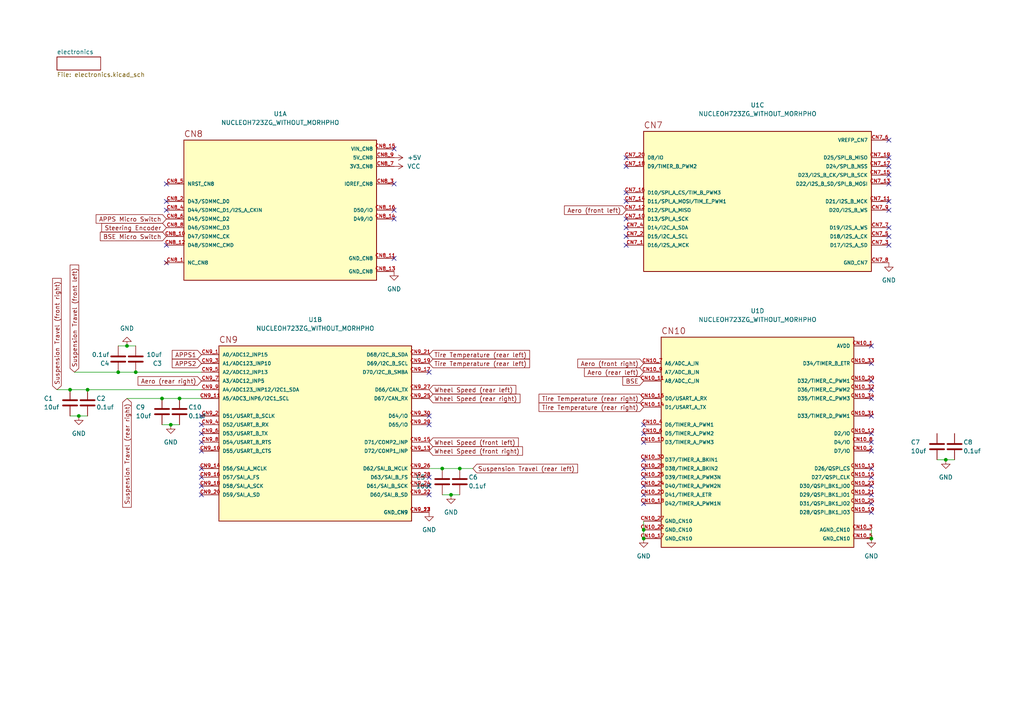
<source format=kicad_sch>
(kicad_sch (version 20230121) (generator eeschema)

  (uuid 957c9b64-3a36-4921-bfa5-a0799df86262)

  (paper "A4")

  (title_block
    (title "frontbox nucleo")
    (date "2023-08-08")
    (rev "1")
    (company "NTURacing")
    (comment 1 "this is legacy fron easyEDA")
  )

  (lib_symbols
    (symbol "Device:C" (pin_numbers hide) (pin_names (offset 0.254)) (in_bom yes) (on_board yes)
      (property "Reference" "C" (at 0.635 2.54 0)
        (effects (font (size 1.27 1.27)) (justify left))
      )
      (property "Value" "C" (at 0.635 -2.54 0)
        (effects (font (size 1.27 1.27)) (justify left))
      )
      (property "Footprint" "" (at 0.9652 -3.81 0)
        (effects (font (size 1.27 1.27)) hide)
      )
      (property "Datasheet" "~" (at 0 0 0)
        (effects (font (size 1.27 1.27)) hide)
      )
      (property "ki_keywords" "cap capacitor" (at 0 0 0)
        (effects (font (size 1.27 1.27)) hide)
      )
      (property "ki_description" "Unpolarized capacitor" (at 0 0 0)
        (effects (font (size 1.27 1.27)) hide)
      )
      (property "ki_fp_filters" "C_*" (at 0 0 0)
        (effects (font (size 1.27 1.27)) hide)
      )
      (symbol "C_0_1"
        (polyline
          (pts
            (xy -2.032 -0.762)
            (xy 2.032 -0.762)
          )
          (stroke (width 0.508) (type default))
          (fill (type none))
        )
        (polyline
          (pts
            (xy -2.032 0.762)
            (xy 2.032 0.762)
          )
          (stroke (width 0.508) (type default))
          (fill (type none))
        )
      )
      (symbol "C_1_1"
        (pin passive line (at 0 3.81 270) (length 2.794)
          (name "~" (effects (font (size 1.27 1.27))))
          (number "1" (effects (font (size 1.27 1.27))))
        )
        (pin passive line (at 0 -3.81 90) (length 2.794)
          (name "~" (effects (font (size 1.27 1.27))))
          (number "2" (effects (font (size 1.27 1.27))))
        )
      )
    )
    (symbol "nturt_kicad_lib:NUCLEOH723ZG_WITHOUT_MORHPHO" (pin_names (offset 1.016)) (in_bom yes) (on_board yes)
      (property "Reference" "U" (at -8.89 36.83 0)
        (effects (font (size 1.27 1.27)) (justify left bottom))
      )
      (property "Value" "NUCLEOH723ZG_WITHOUT_MORHPHO" (at -15.24 -29.21 0)
        (effects (font (size 1.27 1.27)) (justify left top))
      )
      (property "Footprint" "nturt_kicad_lib:MODULE_NUCLEOH723ZG_WITHOUT_MORHPHO" (at 12.7 -34.29 0)
        (effects (font (size 1.27 1.27)) (justify bottom) hide)
      )
      (property "Datasheet" "" (at 0 0 0)
        (effects (font (size 1.27 1.27)) hide)
      )
      (property "PARTREV" "2" (at 0 0 0)
        (effects (font (size 1.27 1.27)) (justify bottom) hide)
      )
      (property "STANDARD" "Manufacturer Recommendations" (at 15.24 36.83 0)
        (effects (font (size 1.27 1.27)) (justify bottom) hide)
      )
      (property "MANUFACTURER" "STMicroelectronics" (at 8.89 34.29 0)
        (effects (font (size 1.27 1.27)) (justify bottom) hide)
      )
      (property "MAXIMUM_PACKAGE_HEIGHT" "18.57 mm" (at 5.08 39.37 0)
        (effects (font (size 1.27 1.27)) (justify bottom) hide)
      )
      (property "SNAPEDA_PN" "NUCLEOH723ZG" (at 7.62 41.91 0)
        (effects (font (size 1.27 1.27)) (justify bottom) hide)
      )
      (symbol "NUCLEOH723ZG_WITHOUT_MORHPHO_1_0"
        (unit_name "CN8")
        (rectangle (start -27.94 -20.32) (end 27.94 20.32)
          (stroke (width 0.254) (type default))
          (fill (type background))
        )
        (text "CN8" (at -27.94 21.082 0)
          (effects (font (size 1.778 1.778)) (justify left bottom))
        )
        (pin no_connect line (at -33.02 -15.24 0) (length 5.08)
          (name "NC_CN8" (effects (font (size 1.016 1.016))))
          (number "CN8_1" (effects (font (size 1.016 1.016))))
        )
        (pin bidirectional line (at -33.02 -7.62 0) (length 5.08)
          (name "D47/SDMMC_CK" (effects (font (size 1.016 1.016))))
          (number "CN8_10" (effects (font (size 1.016 1.016))))
        )
        (pin power_in line (at 33.02 -13.97 180) (length 5.08)
          (name "GND_CN8" (effects (font (size 1.016 1.016))))
          (number "CN8_11" (effects (font (size 1.016 1.016))))
        )
        (pin bidirectional line (at -33.02 -10.16 0) (length 5.08)
          (name "D48/SDMMC_CMD" (effects (font (size 1.016 1.016))))
          (number "CN8_12" (effects (font (size 1.016 1.016))))
        )
        (pin power_in line (at 33.02 -17.78 180) (length 5.08)
          (name "GND_CN8" (effects (font (size 1.016 1.016))))
          (number "CN8_13" (effects (font (size 1.016 1.016))))
        )
        (pin bidirectional line (at 33.02 -2.54 180) (length 5.08)
          (name "D49/IO" (effects (font (size 1.016 1.016))))
          (number "CN8_14" (effects (font (size 1.016 1.016))))
        )
        (pin power_in line (at 33.02 17.78 180) (length 5.08)
          (name "VIN_CN8" (effects (font (size 1.016 1.016))))
          (number "CN8_15" (effects (font (size 1.016 1.016))))
        )
        (pin bidirectional line (at 33.02 0 180) (length 5.08)
          (name "D50/IO" (effects (font (size 1.016 1.016))))
          (number "CN8_16" (effects (font (size 1.016 1.016))))
        )
        (pin bidirectional line (at -33.02 2.54 0) (length 5.08)
          (name "D43/SDMMC_D0" (effects (font (size 1.016 1.016))))
          (number "CN8_2" (effects (font (size 1.016 1.016))))
        )
        (pin bidirectional line (at 33.02 7.62 180) (length 5.08)
          (name "IOREF_CN8" (effects (font (size 1.016 1.016))))
          (number "CN8_3" (effects (font (size 1.016 1.016))))
        )
        (pin bidirectional line (at -33.02 0 0) (length 5.08)
          (name "D44/SDMMC_D1/I2S_A_CKIN" (effects (font (size 1.016 1.016))))
          (number "CN8_4" (effects (font (size 1.016 1.016))))
        )
        (pin input line (at -33.02 7.62 0) (length 5.08)
          (name "NRST_CN8" (effects (font (size 1.016 1.016))))
          (number "CN8_5" (effects (font (size 1.016 1.016))))
        )
        (pin bidirectional line (at -33.02 -2.54 0) (length 5.08)
          (name "D45/SDMMC_D2" (effects (font (size 1.016 1.016))))
          (number "CN8_6" (effects (font (size 1.016 1.016))))
        )
        (pin power_in line (at 33.02 12.7 180) (length 5.08)
          (name "3V3_CN8" (effects (font (size 1.016 1.016))))
          (number "CN8_7" (effects (font (size 1.016 1.016))))
        )
        (pin bidirectional line (at -33.02 -5.08 0) (length 5.08)
          (name "D46/SDMMC_D3" (effects (font (size 1.016 1.016))))
          (number "CN8_8" (effects (font (size 1.016 1.016))))
        )
        (pin power_in line (at 33.02 15.24 180) (length 5.08)
          (name "5V_CN8" (effects (font (size 1.016 1.016))))
          (number "CN8_9" (effects (font (size 1.016 1.016))))
        )
      )
      (symbol "NUCLEOH723ZG_WITHOUT_MORHPHO_2_0"
        (unit_name "CN9")
        (rectangle (start -27.94 -25.4) (end 27.94 25.4)
          (stroke (width 0.254) (type default))
          (fill (type background))
        )
        (text "CN9" (at -27.94 26.162 0)
          (effects (font (size 1.778 1.778)) (justify left bottom))
        )
        (pin input line (at -33.02 22.86 0) (length 5.08)
          (name "A0/ADC12_INP15" (effects (font (size 1.016 1.016))))
          (number "CN9_1" (effects (font (size 1.016 1.016))))
        )
        (pin bidirectional line (at -33.02 -5.08 0) (length 5.08)
          (name "D55/USART_B_CTS" (effects (font (size 1.016 1.016))))
          (number "CN9_10" (effects (font (size 1.016 1.016))))
        )
        (pin input line (at -33.02 10.16 0) (length 5.08)
          (name "A5/ADC3_INP6/I2C1_SCL" (effects (font (size 1.016 1.016))))
          (number "CN9_11" (effects (font (size 1.016 1.016))))
        )
        (pin power_in line (at 33.02 -22.86 180) (length 5.08)
          (name "GND_CN9" (effects (font (size 1.016 1.016))))
          (number "CN9_12" (effects (font (size 1.016 1.016))))
        )
        (pin bidirectional line (at 33.02 -5.08 180) (length 5.08)
          (name "D72/COMP1_INP" (effects (font (size 1.016 1.016))))
          (number "CN9_13" (effects (font (size 1.016 1.016))))
        )
        (pin bidirectional line (at -33.02 -10.16 0) (length 5.08)
          (name "D56/SAI_A_MCLK" (effects (font (size 1.016 1.016))))
          (number "CN9_14" (effects (font (size 1.016 1.016))))
        )
        (pin bidirectional line (at 33.02 -2.54 180) (length 5.08)
          (name "D71/COMP2_INP" (effects (font (size 1.016 1.016))))
          (number "CN9_15" (effects (font (size 1.016 1.016))))
        )
        (pin bidirectional line (at -33.02 -12.7 0) (length 5.08)
          (name "D57/SAI_A_FS" (effects (font (size 1.016 1.016))))
          (number "CN9_16" (effects (font (size 1.016 1.016))))
        )
        (pin bidirectional line (at 33.02 17.78 180) (length 5.08)
          (name "D70/I2C_B_SMBA" (effects (font (size 1.016 1.016))))
          (number "CN9_17" (effects (font (size 1.016 1.016))))
        )
        (pin bidirectional line (at -33.02 -15.24 0) (length 5.08)
          (name "D58/SAI_A_SCK" (effects (font (size 1.016 1.016))))
          (number "CN9_18" (effects (font (size 1.016 1.016))))
        )
        (pin bidirectional line (at 33.02 20.32 180) (length 5.08)
          (name "D69/I2C_B_SCL" (effects (font (size 1.016 1.016))))
          (number "CN9_19" (effects (font (size 1.016 1.016))))
        )
        (pin bidirectional line (at -33.02 5.08 0) (length 5.08)
          (name "D51/USART_B_SCLK" (effects (font (size 1.016 1.016))))
          (number "CN9_2" (effects (font (size 1.016 1.016))))
        )
        (pin bidirectional line (at -33.02 -17.78 0) (length 5.08)
          (name "D59/SAI_A_SD" (effects (font (size 1.016 1.016))))
          (number "CN9_20" (effects (font (size 1.016 1.016))))
        )
        (pin bidirectional line (at 33.02 22.86 180) (length 5.08)
          (name "D68/I2C_B_SDA" (effects (font (size 1.016 1.016))))
          (number "CN9_21" (effects (font (size 1.016 1.016))))
        )
        (pin bidirectional line (at 33.02 -17.78 180) (length 5.08)
          (name "D60/SAI_B_SD" (effects (font (size 1.016 1.016))))
          (number "CN9_22" (effects (font (size 1.016 1.016))))
        )
        (pin power_in line (at 33.02 -22.86 180) (length 5.08)
          (name "GND_CN9" (effects (font (size 1.016 1.016))))
          (number "CN9_23" (effects (font (size 1.016 1.016))))
        )
        (pin bidirectional line (at 33.02 -15.24 180) (length 5.08)
          (name "D61/SAI_B_SCK" (effects (font (size 1.016 1.016))))
          (number "CN9_24" (effects (font (size 1.016 1.016))))
        )
        (pin input line (at 33.02 10.16 180) (length 5.08)
          (name "D67/CAN_RX" (effects (font (size 1.016 1.016))))
          (number "CN9_25" (effects (font (size 1.016 1.016))))
        )
        (pin bidirectional line (at 33.02 -10.16 180) (length 5.08)
          (name "D62/SAI_B_MCLK" (effects (font (size 1.016 1.016))))
          (number "CN9_26" (effects (font (size 1.016 1.016))))
        )
        (pin output line (at 33.02 12.7 180) (length 5.08)
          (name "D66/CAN_TX" (effects (font (size 1.016 1.016))))
          (number "CN9_27" (effects (font (size 1.016 1.016))))
        )
        (pin bidirectional line (at 33.02 -12.7 180) (length 5.08)
          (name "D63/SAI_B_FS" (effects (font (size 1.016 1.016))))
          (number "CN9_28" (effects (font (size 1.016 1.016))))
        )
        (pin bidirectional line (at 33.02 2.54 180) (length 5.08)
          (name "D65/IO" (effects (font (size 1.016 1.016))))
          (number "CN9_29" (effects (font (size 1.016 1.016))))
        )
        (pin input line (at -33.02 20.32 0) (length 5.08)
          (name "A1/ADC123_INP10" (effects (font (size 1.016 1.016))))
          (number "CN9_3" (effects (font (size 1.016 1.016))))
        )
        (pin bidirectional line (at 33.02 5.08 180) (length 5.08)
          (name "D64/IO" (effects (font (size 1.016 1.016))))
          (number "CN9_30" (effects (font (size 1.016 1.016))))
        )
        (pin bidirectional line (at -33.02 2.54 0) (length 5.08)
          (name "D52/USART_B_RX" (effects (font (size 1.016 1.016))))
          (number "CN9_4" (effects (font (size 1.016 1.016))))
        )
        (pin input line (at -33.02 17.78 0) (length 5.08)
          (name "A2/ADC12_INP13" (effects (font (size 1.016 1.016))))
          (number "CN9_5" (effects (font (size 1.016 1.016))))
        )
        (pin bidirectional line (at -33.02 0 0) (length 5.08)
          (name "D53/USART_B_TX" (effects (font (size 1.016 1.016))))
          (number "CN9_6" (effects (font (size 1.016 1.016))))
        )
        (pin input line (at -33.02 15.24 0) (length 5.08)
          (name "A3/ADC12_INP5" (effects (font (size 1.016 1.016))))
          (number "CN9_7" (effects (font (size 1.016 1.016))))
        )
        (pin bidirectional line (at -33.02 -2.54 0) (length 5.08)
          (name "D54/USART_B_RTS" (effects (font (size 1.016 1.016))))
          (number "CN9_8" (effects (font (size 1.016 1.016))))
        )
        (pin input line (at -33.02 12.7 0) (length 5.08)
          (name "A4/ADC123_INP12/I2C1_SDA" (effects (font (size 1.016 1.016))))
          (number "CN9_9" (effects (font (size 1.016 1.016))))
        )
      )
      (symbol "NUCLEOH723ZG_WITHOUT_MORHPHO_3_0"
        (unit_name "CN7")
        (rectangle (start -33.02 -20.32) (end 33.02 20.32)
          (stroke (width 0.254) (type default))
          (fill (type background))
        )
        (text "CN7" (at -33.02 21.082 0)
          (effects (font (size 1.778 1.778)) (justify left bottom))
        )
        (pin bidirectional line (at -38.1 -12.7 0) (length 5.08)
          (name "D16/I2S_A_MCK" (effects (font (size 1.016 1.016))))
          (number "CN7_1" (effects (font (size 1.016 1.016))))
        )
        (pin bidirectional line (at -38.1 -5.08 0) (length 5.08)
          (name "D13/SPI_A_SCK" (effects (font (size 1.016 1.016))))
          (number "CN7_10" (effects (font (size 1.016 1.016))))
        )
        (pin bidirectional line (at 38.1 0 180) (length 5.08)
          (name "D21/I2S_B_MCK" (effects (font (size 1.016 1.016))))
          (number "CN7_11" (effects (font (size 1.016 1.016))))
        )
        (pin bidirectional line (at -38.1 -2.54 0) (length 5.08)
          (name "D12/SPI_A_MISO" (effects (font (size 1.016 1.016))))
          (number "CN7_12" (effects (font (size 1.016 1.016))))
        )
        (pin bidirectional line (at 38.1 5.08 180) (length 5.08)
          (name "D22/I2S_B_SD/SPI_B_MOSI" (effects (font (size 1.016 1.016))))
          (number "CN7_13" (effects (font (size 1.016 1.016))))
        )
        (pin bidirectional line (at -38.1 0 0) (length 5.08)
          (name "D11/SPI_A_MOSI/TIM_E_PWM1" (effects (font (size 1.016 1.016))))
          (number "CN7_14" (effects (font (size 1.016 1.016))))
        )
        (pin bidirectional line (at 38.1 7.62 180) (length 5.08)
          (name "D23/I2S_B_CK/SPI_B_SCK" (effects (font (size 1.016 1.016))))
          (number "CN7_15" (effects (font (size 1.016 1.016))))
        )
        (pin bidirectional line (at -38.1 2.54 0) (length 5.08)
          (name "D10/SPI_A_CS/TIM_B_PWM3" (effects (font (size 1.016 1.016))))
          (number "CN7_16" (effects (font (size 1.016 1.016))))
        )
        (pin bidirectional line (at 38.1 10.16 180) (length 5.08)
          (name "D24/SPI_B_NSS" (effects (font (size 1.016 1.016))))
          (number "CN7_17" (effects (font (size 1.016 1.016))))
        )
        (pin bidirectional line (at -38.1 10.16 0) (length 5.08)
          (name "D9/TIMER_B_PWM2" (effects (font (size 1.016 1.016))))
          (number "CN7_18" (effects (font (size 1.016 1.016))))
        )
        (pin bidirectional line (at 38.1 12.7 180) (length 5.08)
          (name "D25/SPI_B_MISO" (effects (font (size 1.016 1.016))))
          (number "CN7_19" (effects (font (size 1.016 1.016))))
        )
        (pin bidirectional line (at -38.1 -10.16 0) (length 5.08)
          (name "D15/I2C_A_SCL" (effects (font (size 1.016 1.016))))
          (number "CN7_2" (effects (font (size 1.016 1.016))))
        )
        (pin bidirectional line (at -38.1 12.7 0) (length 5.08)
          (name "D8/IO" (effects (font (size 1.016 1.016))))
          (number "CN7_20" (effects (font (size 1.016 1.016))))
        )
        (pin bidirectional line (at 38.1 -12.7 180) (length 5.08)
          (name "D17/I2S_A_SD" (effects (font (size 1.016 1.016))))
          (number "CN7_3" (effects (font (size 1.016 1.016))))
        )
        (pin bidirectional line (at -38.1 -7.62 0) (length 5.08)
          (name "D14/I2C_A_SDA" (effects (font (size 1.016 1.016))))
          (number "CN7_4" (effects (font (size 1.016 1.016))))
        )
        (pin bidirectional line (at 38.1 -10.16 180) (length 5.08)
          (name "D18/I2S_A_CK" (effects (font (size 1.016 1.016))))
          (number "CN7_5" (effects (font (size 1.016 1.016))))
        )
        (pin power_in line (at 38.1 17.78 180) (length 5.08)
          (name "VREFP_CN7" (effects (font (size 1.016 1.016))))
          (number "CN7_6" (effects (font (size 1.016 1.016))))
        )
        (pin bidirectional line (at 38.1 -7.62 180) (length 5.08)
          (name "D19/I2S_A_WS" (effects (font (size 1.016 1.016))))
          (number "CN7_7" (effects (font (size 1.016 1.016))))
        )
        (pin power_in line (at 38.1 -17.78 180) (length 5.08)
          (name "GND_CN7" (effects (font (size 1.016 1.016))))
          (number "CN7_8" (effects (font (size 1.016 1.016))))
        )
        (pin bidirectional line (at 38.1 -2.54 180) (length 5.08)
          (name "D20/I2S_B_WS" (effects (font (size 1.016 1.016))))
          (number "CN7_9" (effects (font (size 1.016 1.016))))
        )
      )
      (symbol "NUCLEOH723ZG_WITHOUT_MORHPHO_4_0"
        (unit_name "CN10")
        (rectangle (start -27.94 -30.48) (end 27.94 30.48)
          (stroke (width 0.254) (type default))
          (fill (type background))
        )
        (text "CN10" (at -27.94 31.242 0)
          (effects (font (size 1.778 1.778)) (justify left bottom))
        )
        (pin power_in line (at 33.02 27.94 180) (length 5.08)
          (name "AVDD" (effects (font (size 1.016 1.016))))
          (number "CN10_1" (effects (font (size 1.016 1.016))))
        )
        (pin bidirectional line (at -33.02 0 0) (length 5.08)
          (name "D3/TIMER_A_PWM3" (effects (font (size 1.016 1.016))))
          (number "CN10_10" (effects (font (size 1.016 1.016))))
        )
        (pin input line (at -33.02 17.78 0) (length 5.08)
          (name "A8/ADC_C_IN" (effects (font (size 1.016 1.016))))
          (number "CN10_11" (effects (font (size 1.016 1.016))))
        )
        (pin bidirectional line (at 33.02 2.54 180) (length 5.08)
          (name "D2/IO" (effects (font (size 1.016 1.016))))
          (number "CN10_12" (effects (font (size 1.016 1.016))))
        )
        (pin bidirectional line (at 33.02 -7.62 180) (length 5.08)
          (name "D26/QSPI_CS" (effects (font (size 1.016 1.016))))
          (number "CN10_13" (effects (font (size 1.016 1.016))))
        )
        (pin output line (at -33.02 10.16 0) (length 5.08)
          (name "D1/USART_A_TX" (effects (font (size 1.016 1.016))))
          (number "CN10_14" (effects (font (size 1.016 1.016))))
        )
        (pin bidirectional line (at 33.02 -10.16 180) (length 5.08)
          (name "D27/QSPI_CLK" (effects (font (size 1.016 1.016))))
          (number "CN10_15" (effects (font (size 1.016 1.016))))
        )
        (pin input line (at -33.02 12.7 0) (length 5.08)
          (name "D0/USART_A_RX" (effects (font (size 1.016 1.016))))
          (number "CN10_16" (effects (font (size 1.016 1.016))))
        )
        (pin power_in line (at -33.02 -27.94 0) (length 5.08)
          (name "GND_CN10" (effects (font (size 1.016 1.016))))
          (number "CN10_17" (effects (font (size 1.016 1.016))))
        )
        (pin bidirectional line (at -33.02 -17.78 0) (length 5.08)
          (name "D42/TIMER_A_PWM1N" (effects (font (size 1.016 1.016))))
          (number "CN10_18" (effects (font (size 1.016 1.016))))
        )
        (pin bidirectional line (at 33.02 -20.32 180) (length 5.08)
          (name "D28/QSPI_BK1_IO3" (effects (font (size 1.016 1.016))))
          (number "CN10_19" (effects (font (size 1.016 1.016))))
        )
        (pin bidirectional line (at 33.02 -2.54 180) (length 5.08)
          (name "D7/IO" (effects (font (size 1.016 1.016))))
          (number "CN10_2" (effects (font (size 1.016 1.016))))
        )
        (pin bidirectional line (at -33.02 -15.24 0) (length 5.08)
          (name "D41/TIMER_A_ETR" (effects (font (size 1.016 1.016))))
          (number "CN10_20" (effects (font (size 1.016 1.016))))
        )
        (pin bidirectional line (at 33.02 -15.24 180) (length 5.08)
          (name "D29/QSPI_BK1_IO1" (effects (font (size 1.016 1.016))))
          (number "CN10_21" (effects (font (size 1.016 1.016))))
        )
        (pin power_in line (at -33.02 -25.4 0) (length 5.08)
          (name "GND_CN10" (effects (font (size 1.016 1.016))))
          (number "CN10_22" (effects (font (size 1.016 1.016))))
        )
        (pin bidirectional line (at 33.02 -12.7 180) (length 5.08)
          (name "D30/QSPI_BK1_IO0" (effects (font (size 1.016 1.016))))
          (number "CN10_23" (effects (font (size 1.016 1.016))))
        )
        (pin bidirectional line (at -33.02 -12.7 0) (length 5.08)
          (name "D40/TIMER_A_PWM2N" (effects (font (size 1.016 1.016))))
          (number "CN10_24" (effects (font (size 1.016 1.016))))
        )
        (pin bidirectional line (at 33.02 -17.78 180) (length 5.08)
          (name "D31/QSPI_BK1_IO2" (effects (font (size 1.016 1.016))))
          (number "CN10_25" (effects (font (size 1.016 1.016))))
        )
        (pin bidirectional line (at -33.02 -10.16 0) (length 5.08)
          (name "D39/TIMER_A_PWM3N" (effects (font (size 1.016 1.016))))
          (number "CN10_26" (effects (font (size 1.016 1.016))))
        )
        (pin power_in line (at -33.02 -22.86 0) (length 5.08)
          (name "GND_CN10" (effects (font (size 1.016 1.016))))
          (number "CN10_27" (effects (font (size 1.016 1.016))))
        )
        (pin bidirectional line (at -33.02 -7.62 0) (length 5.08)
          (name "D38/TIMER_A_BKIN2" (effects (font (size 1.016 1.016))))
          (number "CN10_28" (effects (font (size 1.016 1.016))))
        )
        (pin bidirectional line (at 33.02 17.78 180) (length 5.08)
          (name "D32/TIMER_C_PWM1" (effects (font (size 1.016 1.016))))
          (number "CN10_29" (effects (font (size 1.016 1.016))))
        )
        (pin power_in line (at 33.02 -25.4 180) (length 5.08)
          (name "AGND_CN10" (effects (font (size 1.016 1.016))))
          (number "CN10_3" (effects (font (size 1.016 1.016))))
        )
        (pin bidirectional line (at -33.02 -5.08 0) (length 5.08)
          (name "D37/TIMER_A_BKIN1" (effects (font (size 1.016 1.016))))
          (number "CN10_30" (effects (font (size 1.016 1.016))))
        )
        (pin bidirectional line (at 33.02 7.62 180) (length 5.08)
          (name "D33/TIMER_D_PWM1" (effects (font (size 1.016 1.016))))
          (number "CN10_31" (effects (font (size 1.016 1.016))))
        )
        (pin bidirectional line (at 33.02 15.24 180) (length 5.08)
          (name "D36/TIMER_C_PWM2" (effects (font (size 1.016 1.016))))
          (number "CN10_32" (effects (font (size 1.016 1.016))))
        )
        (pin bidirectional line (at 33.02 22.86 180) (length 5.08)
          (name "D34/TIMER_B_ETR" (effects (font (size 1.016 1.016))))
          (number "CN10_33" (effects (font (size 1.016 1.016))))
        )
        (pin bidirectional line (at 33.02 12.7 180) (length 5.08)
          (name "D35/TIMER_C_PWM3" (effects (font (size 1.016 1.016))))
          (number "CN10_34" (effects (font (size 1.016 1.016))))
        )
        (pin bidirectional line (at -33.02 5.08 0) (length 5.08)
          (name "D6/TIMER_A_PWM1" (effects (font (size 1.016 1.016))))
          (number "CN10_4" (effects (font (size 1.016 1.016))))
        )
        (pin power_in line (at 33.02 -27.94 180) (length 5.08)
          (name "GND_CN10" (effects (font (size 1.016 1.016))))
          (number "CN10_5" (effects (font (size 1.016 1.016))))
        )
        (pin bidirectional line (at -33.02 2.54 0) (length 5.08)
          (name "D5/TIMER_A_PWM2" (effects (font (size 1.016 1.016))))
          (number "CN10_6" (effects (font (size 1.016 1.016))))
        )
        (pin input line (at -33.02 22.86 0) (length 5.08)
          (name "A6/ADC_A_IN" (effects (font (size 1.016 1.016))))
          (number "CN10_7" (effects (font (size 1.016 1.016))))
        )
        (pin bidirectional line (at 33.02 0 180) (length 5.08)
          (name "D4/IO" (effects (font (size 1.016 1.016))))
          (number "CN10_8" (effects (font (size 1.016 1.016))))
        )
        (pin input line (at -33.02 20.32 0) (length 5.08)
          (name "A7/ADC_B_IN" (effects (font (size 1.016 1.016))))
          (number "CN10_9" (effects (font (size 1.016 1.016))))
        )
      )
    )
    (symbol "power:+5V" (power) (pin_names (offset 0)) (in_bom yes) (on_board yes)
      (property "Reference" "#PWR" (at 0 -3.81 0)
        (effects (font (size 1.27 1.27)) hide)
      )
      (property "Value" "+5V" (at 0 3.556 0)
        (effects (font (size 1.27 1.27)))
      )
      (property "Footprint" "" (at 0 0 0)
        (effects (font (size 1.27 1.27)) hide)
      )
      (property "Datasheet" "" (at 0 0 0)
        (effects (font (size 1.27 1.27)) hide)
      )
      (property "ki_keywords" "global power" (at 0 0 0)
        (effects (font (size 1.27 1.27)) hide)
      )
      (property "ki_description" "Power symbol creates a global label with name \"+5V\"" (at 0 0 0)
        (effects (font (size 1.27 1.27)) hide)
      )
      (symbol "+5V_0_1"
        (polyline
          (pts
            (xy -0.762 1.27)
            (xy 0 2.54)
          )
          (stroke (width 0) (type default))
          (fill (type none))
        )
        (polyline
          (pts
            (xy 0 0)
            (xy 0 2.54)
          )
          (stroke (width 0) (type default))
          (fill (type none))
        )
        (polyline
          (pts
            (xy 0 2.54)
            (xy 0.762 1.27)
          )
          (stroke (width 0) (type default))
          (fill (type none))
        )
      )
      (symbol "+5V_1_1"
        (pin power_in line (at 0 0 90) (length 0) hide
          (name "+5V" (effects (font (size 1.27 1.27))))
          (number "1" (effects (font (size 1.27 1.27))))
        )
      )
    )
    (symbol "power:GND" (power) (pin_names (offset 0)) (in_bom yes) (on_board yes)
      (property "Reference" "#PWR" (at 0 -6.35 0)
        (effects (font (size 1.27 1.27)) hide)
      )
      (property "Value" "GND" (at 0 -3.81 0)
        (effects (font (size 1.27 1.27)))
      )
      (property "Footprint" "" (at 0 0 0)
        (effects (font (size 1.27 1.27)) hide)
      )
      (property "Datasheet" "" (at 0 0 0)
        (effects (font (size 1.27 1.27)) hide)
      )
      (property "ki_keywords" "global power" (at 0 0 0)
        (effects (font (size 1.27 1.27)) hide)
      )
      (property "ki_description" "Power symbol creates a global label with name \"GND\" , ground" (at 0 0 0)
        (effects (font (size 1.27 1.27)) hide)
      )
      (symbol "GND_0_1"
        (polyline
          (pts
            (xy 0 0)
            (xy 0 -1.27)
            (xy 1.27 -1.27)
            (xy 0 -2.54)
            (xy -1.27 -1.27)
            (xy 0 -1.27)
          )
          (stroke (width 0) (type default))
          (fill (type none))
        )
      )
      (symbol "GND_1_1"
        (pin power_in line (at 0 0 270) (length 0) hide
          (name "GND" (effects (font (size 1.27 1.27))))
          (number "1" (effects (font (size 1.27 1.27))))
        )
      )
    )
    (symbol "power:VCC" (power) (pin_names (offset 0)) (in_bom yes) (on_board yes)
      (property "Reference" "#PWR" (at 0 -3.81 0)
        (effects (font (size 1.27 1.27)) hide)
      )
      (property "Value" "VCC" (at 0 3.81 0)
        (effects (font (size 1.27 1.27)))
      )
      (property "Footprint" "" (at 0 0 0)
        (effects (font (size 1.27 1.27)) hide)
      )
      (property "Datasheet" "" (at 0 0 0)
        (effects (font (size 1.27 1.27)) hide)
      )
      (property "ki_keywords" "global power" (at 0 0 0)
        (effects (font (size 1.27 1.27)) hide)
      )
      (property "ki_description" "Power symbol creates a global label with name \"VCC\"" (at 0 0 0)
        (effects (font (size 1.27 1.27)) hide)
      )
      (symbol "VCC_0_1"
        (polyline
          (pts
            (xy -0.762 1.27)
            (xy 0 2.54)
          )
          (stroke (width 0) (type default))
          (fill (type none))
        )
        (polyline
          (pts
            (xy 0 0)
            (xy 0 2.54)
          )
          (stroke (width 0) (type default))
          (fill (type none))
        )
        (polyline
          (pts
            (xy 0 2.54)
            (xy 0.762 1.27)
          )
          (stroke (width 0) (type default))
          (fill (type none))
        )
      )
      (symbol "VCC_1_1"
        (pin power_in line (at 0 0 90) (length 0) hide
          (name "VCC" (effects (font (size 1.27 1.27))))
          (number "1" (effects (font (size 1.27 1.27))))
        )
      )
    )
  )

  (junction (at 130.81 143.51) (diameter 0) (color 0 0 0 0)
    (uuid 05fdd79a-8b74-4b57-803d-87ec08611397)
  )
  (junction (at 20.32 113.03) (diameter 0) (color 0 0 0 0)
    (uuid 06611547-36bc-4393-93c4-feaa18d06212)
  )
  (junction (at 34.29 107.95) (diameter 0) (color 0 0 0 0)
    (uuid 1796ce0c-2012-434a-9e4e-d6492b421056)
  )
  (junction (at 49.53 123.19) (diameter 0) (color 0 0 0 0)
    (uuid 179ac527-5990-484a-97e3-0f7b253637fa)
  )
  (junction (at 36.83 100.33) (diameter 0) (color 0 0 0 0)
    (uuid 24463d5d-7643-498a-a6c4-47ef4ce5d27a)
  )
  (junction (at 46.99 115.57) (diameter 0) (color 0 0 0 0)
    (uuid 328b753a-d990-42c2-a64c-5d66cd7a4837)
  )
  (junction (at 39.37 107.95) (diameter 0) (color 0 0 0 0)
    (uuid 3e971a99-ecf4-4058-99b5-b4795923f525)
  )
  (junction (at 186.69 153.67) (diameter 0) (color 0 0 0 0)
    (uuid 43cf2675-5656-4b88-a8e8-e36b0136066c)
  )
  (junction (at 22.86 120.65) (diameter 0) (color 0 0 0 0)
    (uuid 57d18368-c36d-4f7d-b543-d7240a36479f)
  )
  (junction (at 252.73 156.21) (diameter 0) (color 0 0 0 0)
    (uuid 6ba2bcf7-5c81-4772-9050-15e9a87fb13a)
  )
  (junction (at 186.69 156.21) (diameter 0) (color 0 0 0 0)
    (uuid 74d68058-052d-4097-9d12-c0134538931e)
  )
  (junction (at 133.35 135.89) (diameter 0) (color 0 0 0 0)
    (uuid 7dc0eca3-8fa7-49ff-aa3f-f6b358cd6b2e)
  )
  (junction (at 274.32 133.35) (diameter 0) (color 0 0 0 0)
    (uuid 87b53b8c-8855-4235-b72a-b165b83500ca)
  )
  (junction (at 52.07 115.57) (diameter 0) (color 0 0 0 0)
    (uuid 8c6492f0-3c8a-4702-a58a-e1f2e3b0197a)
  )
  (junction (at 25.4 113.03) (diameter 0) (color 0 0 0 0)
    (uuid 9135f8ef-a72e-459b-bb27-f283e6796ee5)
  )
  (junction (at 128.27 135.89) (diameter 0) (color 0 0 0 0)
    (uuid 9860c5ae-9726-4aaf-820f-ac0b5a8e5496)
  )

  (no_connect (at 252.73 110.49) (uuid 05ecd282-fbc8-4c4c-b1a4-622d72adbbbc))
  (no_connect (at 58.42 120.65) (uuid 08d4181a-edfa-41ea-b878-17aa30302e59))
  (no_connect (at 48.26 53.34) (uuid 0ab1f496-12c1-418f-b5ec-9d2f2c6de396))
  (no_connect (at 48.26 71.12) (uuid 0af4dc5e-0046-4ef4-9ed8-043bfd1bf472))
  (no_connect (at 186.69 128.27) (uuid 0bc5f16d-107a-4c31-aecc-1787b3e4247e))
  (no_connect (at 114.3 63.5) (uuid 0d1f19e9-63ca-4a94-9f7f-38f33778ff19))
  (no_connect (at 186.69 143.51) (uuid 0e5348ea-8694-42b6-9deb-cd198c911d07))
  (no_connect (at 252.73 143.51) (uuid 0fc10e23-6eb2-4f21-b526-77653580bfd7))
  (no_connect (at 252.73 148.59) (uuid 1ab22b33-d004-4699-b926-e37c03f486e6))
  (no_connect (at 252.73 120.65) (uuid 1b357d4a-421d-47a7-8ecb-af5a3c8e939e))
  (no_connect (at 186.69 133.35) (uuid 1edd64e2-45e4-47ee-b036-2e47e4de7dc8))
  (no_connect (at 58.42 130.81) (uuid 20924108-e20c-47f1-bbe1-c10448884927))
  (no_connect (at 257.81 68.58) (uuid 232542c6-d62f-4afa-8c38-c5997d778425))
  (no_connect (at 58.42 135.89) (uuid 2a218785-fd10-49fb-a895-5440ab33b543))
  (no_connect (at 252.73 146.05) (uuid 30ff07bc-ba61-4782-84bf-50e2ddc45c95))
  (no_connect (at 124.46 140.97) (uuid 33c449bc-665a-4ad7-941f-a71228b675ff))
  (no_connect (at 186.69 138.43) (uuid 394267d0-62f8-478f-9801-867f802d9c81))
  (no_connect (at 186.69 135.89) (uuid 3d3346cf-3cf6-4fc8-bf1e-fb5a62644731))
  (no_connect (at 186.69 140.97) (uuid 409695b8-2ebe-4236-b689-c828fb16e639))
  (no_connect (at 58.42 138.43) (uuid 4435b013-51ce-4b5b-8e5a-3c2f356809f4))
  (no_connect (at 114.3 60.96) (uuid 4906a6cf-d1e0-49d9-848b-9a287bc7384d))
  (no_connect (at 252.73 100.33) (uuid 671cd2ee-0bbe-4777-896c-75931166a2cb))
  (no_connect (at 114.3 43.18) (uuid 6a804dd4-d465-457f-8808-9624c9a17e3c))
  (no_connect (at 257.81 71.12) (uuid 6be0c0b8-d5bb-4f45-9eec-d46ea24ddc79))
  (no_connect (at 181.61 71.12) (uuid 77ee035e-4c63-4893-865b-bc29b0d87e53))
  (no_connect (at 186.69 125.73) (uuid 79021fbb-62a9-4d0b-b678-ab567305bb31))
  (no_connect (at 257.81 40.64) (uuid 7c5f83c2-c8fa-4646-9c4d-4b5b570b601d))
  (no_connect (at 181.61 58.42) (uuid 7cac9ef8-f07b-4026-b993-df8334b6515e))
  (no_connect (at 48.26 60.96) (uuid 7d68cfec-af33-4b34-b96a-9e3cb6663691))
  (no_connect (at 124.46 138.43) (uuid 7ef12470-a842-41e1-9040-fa1b8993885f))
  (no_connect (at 257.81 50.8) (uuid 82b2fd7c-bc34-48dd-bbc0-9f392e369732))
  (no_connect (at 257.81 60.96) (uuid 82d87022-9308-4c69-b764-d014169810ca))
  (no_connect (at 252.73 125.73) (uuid 83aec409-12bb-41cf-8b51-df645fdec52d))
  (no_connect (at 124.46 107.95) (uuid 86fe098b-ee64-47c6-8439-4ac94cf38aeb))
  (no_connect (at 252.73 105.41) (uuid 8d244bee-c076-45ac-88a7-c19afa1d4196))
  (no_connect (at 257.81 66.04) (uuid 9520afcb-acd1-4349-a6fa-d5e763f55455))
  (no_connect (at 181.61 66.04) (uuid 972fec59-f7c6-461a-b537-fc26b3837bef))
  (no_connect (at 114.3 74.93) (uuid 979e0b2e-3904-4653-9897-ac41237907ec))
  (no_connect (at 181.61 45.72) (uuid 9823e0af-fd8b-489d-b1eb-05a34b950cf1))
  (no_connect (at 124.46 120.65) (uuid a63e6508-6353-4717-9094-9cf7f3901549))
  (no_connect (at 252.73 130.81) (uuid a8740a51-dd80-4050-80b1-4c85cc71fb9f))
  (no_connect (at 48.26 76.2) (uuid acb201a2-a2ae-4a6e-abdf-b7b3a1c1c786))
  (no_connect (at 252.73 135.89) (uuid ba3b58db-be16-483d-b9d3-b3810fd4625a))
  (no_connect (at 181.61 63.5) (uuid ba495ef4-a152-43ad-bd46-533ab19e7a93))
  (no_connect (at 58.42 123.19) (uuid beb616ad-06d2-48e7-b8f1-7be67ee22853))
  (no_connect (at 124.46 143.51) (uuid c46029f0-ab3e-40a8-abf0-5224a63f0871))
  (no_connect (at 252.73 113.03) (uuid cc2ea016-e5a3-43fb-8221-693d5e83f745))
  (no_connect (at 58.42 128.27) (uuid cc57a065-7677-41d0-9ba7-37db064f3e85))
  (no_connect (at 48.26 58.42) (uuid cced3c10-f808-4282-8d1e-32801a5ab526))
  (no_connect (at 124.46 123.19) (uuid d1e0b739-084e-4945-af49-0f46a2104afe))
  (no_connect (at 252.73 128.27) (uuid d450ee2f-cfd2-4712-927e-33751c282485))
  (no_connect (at 252.73 140.97) (uuid d969b3cd-12b1-4c78-b41c-98477920b357))
  (no_connect (at 58.42 125.73) (uuid d9b42bb4-ef50-4983-a443-5c04b9e22a4a))
  (no_connect (at 181.61 48.26) (uuid dbf5bd46-27b9-4eae-be88-6f3266e28f51))
  (no_connect (at 58.42 143.51) (uuid dc4a836d-e5e2-40a6-b2ca-646e6db76501))
  (no_connect (at 257.81 45.72) (uuid e0781ba3-1c82-40a0-a61f-0d218a9b1d1a))
  (no_connect (at 252.73 138.43) (uuid e5035900-aef0-418c-a70b-dbb27a86bb94))
  (no_connect (at 114.3 53.34) (uuid e9705c15-3f4c-4884-88c1-3a0839fe2924))
  (no_connect (at 186.69 146.05) (uuid ea704438-fd1d-462a-91db-b5ee41946b39))
  (no_connect (at 181.61 55.88) (uuid ec9e2eb0-665d-4d2b-8a5f-71b40bd540ff))
  (no_connect (at 257.81 48.26) (uuid f0b78b19-292e-4a6a-8c92-336c679b7eb5))
  (no_connect (at 181.61 68.58) (uuid f3687d21-bb0c-41dd-82ae-5a980accf378))
  (no_connect (at 257.81 53.34) (uuid f38a8f85-7834-4b79-b2b1-a4ffbea53f06))
  (no_connect (at 58.42 140.97) (uuid f67b3fbe-766b-4d4f-81e2-342f97d7d904))
  (no_connect (at 252.73 115.57) (uuid fc55b453-3c40-4d5d-a0f6-f417676fdf33))
  (no_connect (at 257.81 58.42) (uuid fd8b22cb-dd53-4a75-ad96-1e0d7b504a99))
  (no_connect (at 186.69 123.19) (uuid fe1ea035-6bb5-4c4d-8d6e-41cd45bfc7de))

  (wire (pts (xy 39.37 107.95) (xy 58.42 107.95))
    (stroke (width 0) (type default))
    (uuid 1c3164c8-0f23-4f09-9dac-64ed93bddb94)
  )
  (wire (pts (xy 130.81 143.51) (xy 133.35 143.51))
    (stroke (width 0) (type default))
    (uuid 2c0e57bd-b7c2-4d1c-a0df-949a3dbfb788)
  )
  (wire (pts (xy 22.86 120.65) (xy 25.4 120.65))
    (stroke (width 0) (type default))
    (uuid 2efb5ccd-fccd-49f0-b307-8c32719bc57b)
  )
  (wire (pts (xy 271.78 133.35) (xy 274.32 133.35))
    (stroke (width 0) (type default))
    (uuid 35f44ca8-f27f-47db-92f5-f93dab9c6df8)
  )
  (wire (pts (xy 46.99 115.57) (xy 52.07 115.57))
    (stroke (width 0) (type default))
    (uuid 3dd10814-517d-4411-82ca-7f3042c2301f)
  )
  (wire (pts (xy 252.73 153.67) (xy 252.73 156.21))
    (stroke (width 0) (type default))
    (uuid 405a8351-ef2e-4c2a-864e-445133dd45da)
  )
  (wire (pts (xy 49.53 123.19) (xy 52.07 123.19))
    (stroke (width 0) (type default))
    (uuid 4dced755-fe19-4246-b59f-b76c091ee89a)
  )
  (wire (pts (xy 128.27 135.89) (xy 124.46 135.89))
    (stroke (width 0) (type default))
    (uuid 4f7bcb92-ca7c-46d2-8f1f-f07e3a8ff9b0)
  )
  (wire (pts (xy 137.16 135.89) (xy 133.35 135.89))
    (stroke (width 0) (type default))
    (uuid 65489651-4859-4fda-9c21-d1e87e629e57)
  )
  (wire (pts (xy 34.29 107.95) (xy 39.37 107.95))
    (stroke (width 0) (type default))
    (uuid 6c50fc9f-f5a2-418d-b35f-32728f5b2661)
  )
  (wire (pts (xy 36.83 115.57) (xy 46.99 115.57))
    (stroke (width 0) (type default))
    (uuid 72cf405d-3b7d-418c-82fc-0fadc7adc6b6)
  )
  (wire (pts (xy 25.4 113.03) (xy 58.42 113.03))
    (stroke (width 0) (type default))
    (uuid 9acd7cd8-935d-4eec-b787-5e5542fbd523)
  )
  (wire (pts (xy 36.83 100.33) (xy 34.29 100.33))
    (stroke (width 0) (type default))
    (uuid a797e2b4-b8e4-4081-8166-fce2b09a39a1)
  )
  (wire (pts (xy 16.51 113.03) (xy 20.32 113.03))
    (stroke (width 0) (type default))
    (uuid aee11d3b-1d45-465b-b751-a46acbfcbf1b)
  )
  (wire (pts (xy 46.99 123.19) (xy 49.53 123.19))
    (stroke (width 0) (type default))
    (uuid af2e615c-2d3f-46ef-ad97-814ee05c7449)
  )
  (wire (pts (xy 20.32 120.65) (xy 22.86 120.65))
    (stroke (width 0) (type default))
    (uuid b21f47c0-0ee6-4bf3-90c0-a7d4104be1b0)
  )
  (wire (pts (xy 52.07 115.57) (xy 58.42 115.57))
    (stroke (width 0) (type default))
    (uuid b3b97747-0253-4e79-aa80-06a7516988e5)
  )
  (wire (pts (xy 20.32 113.03) (xy 25.4 113.03))
    (stroke (width 0) (type default))
    (uuid c42b732e-e0fe-4ee9-b0e3-11684aa19e21)
  )
  (wire (pts (xy 186.69 151.13) (xy 186.69 153.67))
    (stroke (width 0) (type default))
    (uuid ce25d0f3-b15c-4e6b-8a2a-1c49396c2432)
  )
  (wire (pts (xy 128.27 143.51) (xy 130.81 143.51))
    (stroke (width 0) (type default))
    (uuid cf5b7dee-a876-44b8-8715-7acc4f904610)
  )
  (wire (pts (xy 186.69 153.67) (xy 186.69 156.21))
    (stroke (width 0) (type default))
    (uuid d4288d5a-47a8-405c-8ad9-1b884cdbf254)
  )
  (wire (pts (xy 21.59 107.95) (xy 34.29 107.95))
    (stroke (width 0) (type default))
    (uuid d923aeaf-f8a9-4b27-8333-3861bced1616)
  )
  (wire (pts (xy 133.35 135.89) (xy 128.27 135.89))
    (stroke (width 0) (type default))
    (uuid e6d75e8a-8f3b-4986-b8e6-5f4ec9b4fd95)
  )
  (wire (pts (xy 274.32 133.35) (xy 276.86 133.35))
    (stroke (width 0) (type default))
    (uuid ee9e26bb-e029-4a28-988d-98b351f038f0)
  )
  (wire (pts (xy 39.37 100.33) (xy 36.83 100.33))
    (stroke (width 0) (type default))
    (uuid fb0b4c12-c407-4719-80cf-4cd8b66d27da)
  )

  (global_label "APPS Micro Switch" (shape input) (at 48.26 63.5 180) (fields_autoplaced)
    (effects (font (size 1.27 1.27)) (justify right))
    (uuid 072e3fde-03ea-4967-9964-9d337423af72)
    (property "Intersheetrefs" "${INTERSHEET_REFS}" (at 27.3134 63.5 0)
      (effects (font (size 1.27 1.27)) (justify right) hide)
    )
  )
  (global_label "Wheel Speed (front left)" (shape input) (at 124.46 128.27 0) (fields_autoplaced)
    (effects (font (size 1.27 1.27)) (justify left))
    (uuid 0df2f637-787c-47cc-bf12-44c50f2e4da9)
    (property "Intersheetrefs" "${INTERSHEET_REFS}" (at 150.9097 128.27 0)
      (effects (font (size 1.27 1.27)) (justify left) hide)
    )
  )
  (global_label "Tire Temperature (rear left)" (shape input) (at 124.46 105.41 0) (fields_autoplaced)
    (effects (font (size 1.27 1.27)) (justify left))
    (uuid 10306c83-4f31-46a1-a496-c12b2f0b7716)
    (property "Intersheetrefs" "${INTERSHEET_REFS}" (at 154.1756 105.41 0)
      (effects (font (size 1.27 1.27)) (justify left) hide)
    )
  )
  (global_label "Tire Temperature (rear right)" (shape input) (at 186.69 118.11 180) (fields_autoplaced)
    (effects (font (size 1.27 1.27)) (justify right))
    (uuid 31cf9efc-47dd-4ed1-87fc-2f2ade6243fe)
    (property "Intersheetrefs" "${INTERSHEET_REFS}" (at 155.7649 118.11 0)
      (effects (font (size 1.27 1.27)) (justify right) hide)
    )
  )
  (global_label "Suspension Travel (front left)" (shape input) (at 21.59 107.95 90) (fields_autoplaced)
    (effects (font (size 1.27 1.27)) (justify left))
    (uuid 3ae2eea9-b453-462f-93af-613ab62ca973)
    (property "Intersheetrefs" "${INTERSHEET_REFS}" (at 21.59 76.2995 90)
      (effects (font (size 1.27 1.27)) (justify left) hide)
    )
  )
  (global_label "APPS2" (shape input) (at 58.42 105.41 180) (fields_autoplaced)
    (effects (font (size 1.27 1.27)) (justify right))
    (uuid 524c454a-4221-4da1-a42b-2fad148d47db)
    (property "Intersheetrefs" "${INTERSHEET_REFS}" (at 49.3872 105.41 0)
      (effects (font (size 1.27 1.27)) (justify right) hide)
    )
  )
  (global_label "Aero (rear left)" (shape input) (at 186.69 107.95 180) (fields_autoplaced)
    (effects (font (size 1.27 1.27)) (justify right))
    (uuid 70fda819-6aa7-415c-9a6d-dbac7408d73a)
    (property "Intersheetrefs" "${INTERSHEET_REFS}" (at 168.9486 107.95 0)
      (effects (font (size 1.27 1.27)) (justify right) hide)
    )
  )
  (global_label "Tire Temperature (rear right)" (shape input) (at 186.69 115.57 180) (fields_autoplaced)
    (effects (font (size 1.27 1.27)) (justify right))
    (uuid 73fcd5c9-f184-4a88-b643-ab9814c692a6)
    (property "Intersheetrefs" "${INTERSHEET_REFS}" (at 155.7649 115.57 0)
      (effects (font (size 1.27 1.27)) (justify right) hide)
    )
  )
  (global_label "Suspension Travel (rear left)" (shape input) (at 137.16 135.89 0) (fields_autoplaced)
    (effects (font (size 1.27 1.27)) (justify left))
    (uuid 91273510-f394-4674-b4a8-8d872f5dd69e)
    (property "Intersheetrefs" "${INTERSHEET_REFS}" (at 168.0849 135.89 0)
      (effects (font (size 1.27 1.27)) (justify left) hide)
    )
  )
  (global_label "Aero (front right)" (shape input) (at 186.69 105.41 180) (fields_autoplaced)
    (effects (font (size 1.27 1.27)) (justify right))
    (uuid 9885c9c1-50c1-4619-b3bf-0cdeba818608)
    (property "Intersheetrefs" "${INTERSHEET_REFS}" (at 167.0135 105.41 0)
      (effects (font (size 1.27 1.27)) (justify right) hide)
    )
  )
  (global_label "Suspension Travel (rear right)" (shape input) (at 36.83 115.57 270) (fields_autoplaced)
    (effects (font (size 1.27 1.27)) (justify right))
    (uuid 9e07ea15-b428-42d2-8754-6ea73ca47743)
    (property "Intersheetrefs" "${INTERSHEET_REFS}" (at 36.83 147.7044 90)
      (effects (font (size 1.27 1.27)) (justify right) hide)
    )
  )
  (global_label "BSE Micro Switch" (shape input) (at 48.26 68.58 180) (fields_autoplaced)
    (effects (font (size 1.27 1.27)) (justify right))
    (uuid b05710a3-9aab-4999-ade4-6311829af6ff)
    (property "Intersheetrefs" "${INTERSHEET_REFS}" (at 28.523 68.58 0)
      (effects (font (size 1.27 1.27)) (justify right) hide)
    )
  )
  (global_label "Wheel Speed (front right)" (shape input) (at 124.46 130.81 0) (fields_autoplaced)
    (effects (font (size 1.27 1.27)) (justify left))
    (uuid b499bf9f-5368-44cf-8f2f-c65e805ab52d)
    (property "Intersheetrefs" "${INTERSHEET_REFS}" (at 152.1192 130.81 0)
      (effects (font (size 1.27 1.27)) (justify left) hide)
    )
  )
  (global_label "Steering Encoder" (shape input) (at 48.26 66.04 180) (fields_autoplaced)
    (effects (font (size 1.27 1.27)) (justify right))
    (uuid b8c1cca4-8777-4e8b-a48e-12ea76504c8f)
    (property "Intersheetrefs" "${INTERSHEET_REFS}" (at 28.9464 66.04 0)
      (effects (font (size 1.27 1.27)) (justify right) hide)
    )
  )
  (global_label "Suspension Travel (front right)" (shape input) (at 16.51 113.03 90) (fields_autoplaced)
    (effects (font (size 1.27 1.27)) (justify left))
    (uuid c002c27e-6060-4e7c-a35c-7a43e559fc47)
    (property "Intersheetrefs" "${INTERSHEET_REFS}" (at 16.51 80.17 90)
      (effects (font (size 1.27 1.27)) (justify left) hide)
    )
  )
  (global_label "Wheel Speed (rear left)" (shape input) (at 124.46 113.03 0) (fields_autoplaced)
    (effects (font (size 1.27 1.27)) (justify left))
    (uuid c3c907e2-57be-4dc9-94eb-34737be0397d)
    (property "Intersheetrefs" "${INTERSHEET_REFS}" (at 150.1841 113.03 0)
      (effects (font (size 1.27 1.27)) (justify left) hide)
    )
  )
  (global_label "BSE" (shape input) (at 186.69 110.49 180) (fields_autoplaced)
    (effects (font (size 1.27 1.27)) (justify right))
    (uuid cef199ab-ac24-4bd7-a255-fe8c0abdcc5a)
    (property "Intersheetrefs" "${INTERSHEET_REFS}" (at 180.0763 110.49 0)
      (effects (font (size 1.27 1.27)) (justify right) hide)
    )
  )
  (global_label "APPS1" (shape input) (at 58.42 102.87 180) (fields_autoplaced)
    (effects (font (size 1.27 1.27)) (justify right))
    (uuid cfe7cc21-5be5-4dc0-a45f-b8bc09ed1d34)
    (property "Intersheetrefs" "${INTERSHEET_REFS}" (at 49.3872 102.87 0)
      (effects (font (size 1.27 1.27)) (justify right) hide)
    )
  )
  (global_label "Aero (rear right)" (shape input) (at 58.42 110.49 180) (fields_autoplaced)
    (effects (font (size 1.27 1.27)) (justify right))
    (uuid d74d24be-600a-482e-b352-c971a937744e)
    (property "Intersheetrefs" "${INTERSHEET_REFS}" (at 39.4691 110.49 0)
      (effects (font (size 1.27 1.27)) (justify right) hide)
    )
  )
  (global_label "Aero (front left)" (shape input) (at 181.61 60.96 180) (fields_autoplaced)
    (effects (font (size 1.27 1.27)) (justify right))
    (uuid ec687bc4-017c-4956-bb8c-80d042464db3)
    (property "Intersheetrefs" "${INTERSHEET_REFS}" (at 163.143 60.96 0)
      (effects (font (size 1.27 1.27)) (justify right) hide)
    )
  )
  (global_label "Wheel Speed (rear right)" (shape input) (at 124.46 115.57 0) (fields_autoplaced)
    (effects (font (size 1.27 1.27)) (justify left))
    (uuid f358af54-cd9f-4be0-8989-41b04028ac59)
    (property "Intersheetrefs" "${INTERSHEET_REFS}" (at 151.3936 115.57 0)
      (effects (font (size 1.27 1.27)) (justify left) hide)
    )
  )
  (global_label "Tire Temperature (rear left)" (shape input) (at 124.46 102.87 0) (fields_autoplaced)
    (effects (font (size 1.27 1.27)) (justify left))
    (uuid f60c1784-ebf3-4413-a013-f9bf80e92ca2)
    (property "Intersheetrefs" "${INTERSHEET_REFS}" (at 154.1756 102.87 0)
      (effects (font (size 1.27 1.27)) (justify left) hide)
    )
  )

  (symbol (lib_id "power:GND") (at 186.69 156.21 0) (unit 1)
    (in_bom yes) (on_board yes) (dnp no) (fields_autoplaced)
    (uuid 0f7e5c57-57b9-4fc3-af70-6bb178543677)
    (property "Reference" "#PWR02" (at 186.69 162.56 0)
      (effects (font (size 1.27 1.27)) hide)
    )
    (property "Value" "GND" (at 186.69 161.29 0)
      (effects (font (size 1.27 1.27)))
    )
    (property "Footprint" "" (at 186.69 156.21 0)
      (effects (font (size 1.27 1.27)) hide)
    )
    (property "Datasheet" "" (at 186.69 156.21 0)
      (effects (font (size 1.27 1.27)) hide)
    )
    (pin "1" (uuid 0431f69b-0fc9-45ba-9e00-cd1adf9d438c))
    (instances
      (project "rearbox_nucleo"
        (path "/957c9b64-3a36-4921-bfa5-a0799df86262"
          (reference "#PWR02") (unit 1)
        )
      )
    )
  )

  (symbol (lib_id "power:GND") (at 36.83 100.33 180) (unit 1)
    (in_bom yes) (on_board yes) (dnp no) (fields_autoplaced)
    (uuid 15431268-9666-4c29-af9e-3711fa6e52bf)
    (property "Reference" "#PWR09" (at 36.83 93.98 0)
      (effects (font (size 1.27 1.27)) hide)
    )
    (property "Value" "GND" (at 36.83 95.25 0)
      (effects (font (size 1.27 1.27)))
    )
    (property "Footprint" "" (at 36.83 100.33 0)
      (effects (font (size 1.27 1.27)) hide)
    )
    (property "Datasheet" "" (at 36.83 100.33 0)
      (effects (font (size 1.27 1.27)) hide)
    )
    (pin "1" (uuid 4dd75f7e-e6d1-457a-8c56-63cfefff8227))
    (instances
      (project "rearbox_nucleo"
        (path "/957c9b64-3a36-4921-bfa5-a0799df86262"
          (reference "#PWR09") (unit 1)
        )
      )
    )
  )

  (symbol (lib_id "power:+5V") (at 114.3 45.72 270) (unit 1)
    (in_bom yes) (on_board yes) (dnp no) (fields_autoplaced)
    (uuid 1862b20c-a7ae-4827-8333-887b2474e9f7)
    (property "Reference" "#PWR07" (at 110.49 45.72 0)
      (effects (font (size 1.27 1.27)) hide)
    )
    (property "Value" "+5V" (at 118.11 45.72 90)
      (effects (font (size 1.27 1.27)) (justify left))
    )
    (property "Footprint" "" (at 114.3 45.72 0)
      (effects (font (size 1.27 1.27)) hide)
    )
    (property "Datasheet" "" (at 114.3 45.72 0)
      (effects (font (size 1.27 1.27)) hide)
    )
    (pin "1" (uuid 52dd909f-4628-4c06-9b9a-cc7e02680be6))
    (instances
      (project "rearbox_nucleo"
        (path "/957c9b64-3a36-4921-bfa5-a0799df86262"
          (reference "#PWR07") (unit 1)
        )
      )
    )
  )

  (symbol (lib_id "power:GND") (at 114.3 78.74 0) (unit 1)
    (in_bom yes) (on_board yes) (dnp no) (fields_autoplaced)
    (uuid 1e7d1471-f6f4-4052-a48f-97db3d418810)
    (property "Reference" "#PWR05" (at 114.3 85.09 0)
      (effects (font (size 1.27 1.27)) hide)
    )
    (property "Value" "GND" (at 114.3 83.82 0)
      (effects (font (size 1.27 1.27)))
    )
    (property "Footprint" "" (at 114.3 78.74 0)
      (effects (font (size 1.27 1.27)) hide)
    )
    (property "Datasheet" "" (at 114.3 78.74 0)
      (effects (font (size 1.27 1.27)) hide)
    )
    (pin "1" (uuid 9de412e5-606a-415f-adf6-1c152592eab9))
    (instances
      (project "rearbox_nucleo"
        (path "/957c9b64-3a36-4921-bfa5-a0799df86262"
          (reference "#PWR05") (unit 1)
        )
      )
    )
  )

  (symbol (lib_id "power:GND") (at 252.73 156.21 0) (unit 1)
    (in_bom yes) (on_board yes) (dnp no) (fields_autoplaced)
    (uuid 233fd8f2-1e93-441d-9e60-e9bc3861f863)
    (property "Reference" "#PWR01" (at 252.73 162.56 0)
      (effects (font (size 1.27 1.27)) hide)
    )
    (property "Value" "GND" (at 252.73 161.29 0)
      (effects (font (size 1.27 1.27)))
    )
    (property "Footprint" "" (at 252.73 156.21 0)
      (effects (font (size 1.27 1.27)) hide)
    )
    (property "Datasheet" "" (at 252.73 156.21 0)
      (effects (font (size 1.27 1.27)) hide)
    )
    (pin "1" (uuid 2df8b6f9-6c79-482a-b809-c26ab15d6083))
    (instances
      (project "rearbox_nucleo"
        (path "/957c9b64-3a36-4921-bfa5-a0799df86262"
          (reference "#PWR01") (unit 1)
        )
      )
    )
  )

  (symbol (lib_id "nturt_kicad_lib:NUCLEOH723ZG_WITHOUT_MORHPHO") (at 91.44 125.73 0) (unit 2)
    (in_bom yes) (on_board yes) (dnp no) (fields_autoplaced)
    (uuid 34dd712f-849c-4998-af0a-6b00fc941af6)
    (property "Reference" "U1" (at 91.44 92.71 0)
      (effects (font (size 1.27 1.27)))
    )
    (property "Value" "NUCLEOH723ZG_WITHOUT_MORHPHO" (at 91.44 95.25 0)
      (effects (font (size 1.27 1.27)))
    )
    (property "Footprint" "nturt_kicad_lib:MODULE_NUCLEOH723ZG_WITHOUT_MORHPHO" (at 104.14 160.02 0)
      (effects (font (size 1.27 1.27)) (justify bottom) hide)
    )
    (property "Datasheet" "" (at 91.44 125.73 0)
      (effects (font (size 1.27 1.27)) hide)
    )
    (property "PARTREV" "2" (at 91.44 125.73 0)
      (effects (font (size 1.27 1.27)) (justify bottom) hide)
    )
    (property "STANDARD" "Manufacturer Recommendations" (at 106.68 88.9 0)
      (effects (font (size 1.27 1.27)) (justify bottom) hide)
    )
    (property "MANUFACTURER" "STMicroelectronics" (at 100.33 91.44 0)
      (effects (font (size 1.27 1.27)) (justify bottom) hide)
    )
    (property "MAXIMUM_PACKAGE_HEIGHT" "18.57 mm" (at 96.52 86.36 0)
      (effects (font (size 1.27 1.27)) (justify bottom) hide)
    )
    (property "SNAPEDA_PN" "NUCLEOH723ZG" (at 99.06 83.82 0)
      (effects (font (size 1.27 1.27)) (justify bottom) hide)
    )
    (pin "CN8_1" (uuid a5fca69b-6a2e-46ac-a1cd-0675ded4d653))
    (pin "CN8_10" (uuid b073559e-6779-4f0c-a955-90af10129cc6))
    (pin "CN8_11" (uuid 0d225b21-0262-4f4e-83e3-1bf1048d7213))
    (pin "CN8_12" (uuid f76f47d6-61ac-4472-8bf6-58cf2f70d0e9))
    (pin "CN8_13" (uuid f95c7a19-d0a1-4e43-87ba-c29cb89ba2f8))
    (pin "CN8_14" (uuid cf83cf3b-11f7-42e0-ad48-fa6da7ecb4f2))
    (pin "CN8_15" (uuid c4b09be6-afc4-4a53-ac9d-3962f89a4790))
    (pin "CN8_16" (uuid 5b996f3e-efa3-4628-a8f4-20993df9a426))
    (pin "CN8_2" (uuid c803067c-e842-4a1e-b5fc-56286b620b1b))
    (pin "CN8_3" (uuid 3e604585-d2f1-40ea-abb9-d18851920d1e))
    (pin "CN8_4" (uuid 228ef77a-fd27-4123-8342-9ec4fae337b2))
    (pin "CN8_5" (uuid e5142283-a26c-4bf1-9bb6-f7a4cf2559d7))
    (pin "CN8_6" (uuid 3b12e4e9-cf12-4dcf-8301-425ff105b9b2))
    (pin "CN8_7" (uuid 9587281a-84e1-4811-819e-952fc4ddf5e4))
    (pin "CN8_8" (uuid 4765c5bf-6325-4d51-a5b6-7402d913658f))
    (pin "CN8_9" (uuid c50c0fb2-313c-4e0c-a38d-b213a0087385))
    (pin "CN9_1" (uuid ce788a17-d0c8-4753-b804-d4a880cc09c6))
    (pin "CN9_10" (uuid 89b08d0e-4bfb-436b-94fb-d4f265844305))
    (pin "CN9_11" (uuid c1b544cf-0047-4276-85c9-035c8f79037f))
    (pin "CN9_12" (uuid b6275ac0-debb-459d-843f-115a65ba5d49))
    (pin "CN9_13" (uuid bf4efecd-13fe-45cc-812f-ec1d3130ee3c))
    (pin "CN9_14" (uuid 30c92b09-7f11-4172-a461-42df877b6ce2))
    (pin "CN9_15" (uuid 2e832f8d-ec6b-4004-b17b-804756d88de5))
    (pin "CN9_16" (uuid cd62a331-d798-488e-be68-b1c7f3b770f9))
    (pin "CN9_17" (uuid 51202d66-4af0-494c-b10a-6180feb6d6a4))
    (pin "CN9_18" (uuid c6b3a4bc-0c56-40cf-9c33-ddbe30ee8550))
    (pin "CN9_19" (uuid 41d76dac-3d54-4ff9-afb9-d79b182da1db))
    (pin "CN9_2" (uuid a09fb219-bbbe-43d6-99a0-36f6eccd525e))
    (pin "CN9_20" (uuid 70585fe2-1c61-409c-aa15-f9fc94bbf42a))
    (pin "CN9_21" (uuid c4f9d222-2ff3-4fa0-ab7c-eaa0a5706f9e))
    (pin "CN9_22" (uuid 12a66970-3a0e-4283-a466-7c225b4f6560))
    (pin "CN9_23" (uuid f9f8d95f-b3cb-4e6c-93cc-3afc06f82663))
    (pin "CN9_24" (uuid 6207692f-d6b4-4bea-a778-3a70ed70b792))
    (pin "CN9_25" (uuid d6cdc137-330b-4bcf-b7e0-08249d3abb4e))
    (pin "CN9_26" (uuid 3ac41d1b-cbcc-492f-aa25-58cf5e37ad90))
    (pin "CN9_27" (uuid 1777a3ef-6acc-40d5-af02-b874dc728159))
    (pin "CN9_28" (uuid 3b6bcb3c-5491-44d1-a114-e768b35b4fee))
    (pin "CN9_29" (uuid 3aea4e1d-1dd1-436b-a5e4-e915533890ba))
    (pin "CN9_3" (uuid 0ee87b59-a4da-4348-b2b7-936eba90b264))
    (pin "CN9_30" (uuid 775097f8-c7f8-46ca-9d35-13776ab4002d))
    (pin "CN9_4" (uuid bde3a35a-26af-4192-95ce-e6cdbdec0609))
    (pin "CN9_5" (uuid 4501bda4-88b9-4d3e-bce2-b6fdc52326a3))
    (pin "CN9_6" (uuid 58b166ac-7f2d-4c32-904b-b6bb257f04cf))
    (pin "CN9_7" (uuid 486dfe31-28f1-4ae6-8f08-deae29a4bc53))
    (pin "CN9_8" (uuid 20f8e88c-3550-495c-bb3f-e8b26db365bb))
    (pin "CN9_9" (uuid f8ed664a-834f-4f66-a513-9a3de7e37ada))
    (pin "CN7_1" (uuid 618e3abf-68ce-480a-af20-5a5a00cfe53d))
    (pin "CN7_10" (uuid 9096e36a-987c-4d50-87a2-c8ac6e28d122))
    (pin "CN7_11" (uuid e6dd49e6-e825-45e7-a993-743dff22e649))
    (pin "CN7_12" (uuid f481546d-696a-4cf0-8777-f9327f789966))
    (pin "CN7_13" (uuid 3325c66c-03ee-4d85-9a94-3496e207d728))
    (pin "CN7_14" (uuid 13f7154d-b162-401f-8028-824f605dc371))
    (pin "CN7_15" (uuid abbde03d-415b-4c8c-b127-3ec2e8954a79))
    (pin "CN7_16" (uuid afe4ff08-0a2d-411d-91ba-210c75c0bda3))
    (pin "CN7_17" (uuid 0d994277-cd08-406e-a938-bcda7b443046))
    (pin "CN7_18" (uuid 730824a4-4a26-41d9-8900-0823a209a5b0))
    (pin "CN7_19" (uuid aeaecf42-68ee-424b-962c-95f3165aa769))
    (pin "CN7_2" (uuid 4cc8b0ce-f4b0-4ba3-ac5c-e59a8f11eea4))
    (pin "CN7_20" (uuid 31f61c40-17c3-4125-ac4a-48bbc9d9729a))
    (pin "CN7_3" (uuid 2440c4b0-7bf8-4830-908a-b5ab573bc2f0))
    (pin "CN7_4" (uuid 9fb27d5e-a68c-4b5f-888f-05d5c7336870))
    (pin "CN7_5" (uuid 09a269f6-42d9-464f-9546-cb441c475e3b))
    (pin "CN7_6" (uuid 278cadfa-9c10-4009-9557-4b8584edb633))
    (pin "CN7_7" (uuid 69b5491a-a9ab-4a56-8a12-c6b491fdf173))
    (pin "CN7_8" (uuid 4242b705-1f02-4035-81c2-f59b536db43c))
    (pin "CN7_9" (uuid 24e54896-8870-45f4-b855-e6610217a17d))
    (pin "CN10_1" (uuid 0b333db1-94d4-426a-aa69-01ef2345e16d))
    (pin "CN10_10" (uuid b646b089-9de4-4efd-899f-a615c0a24200))
    (pin "CN10_11" (uuid 2692a90a-d74d-43e2-8897-ba1929e643db))
    (pin "CN10_12" (uuid b783fbf2-a591-42b4-90f6-a250af6eaf41))
    (pin "CN10_13" (uuid 7cfab310-2999-4d3b-99c6-1664460df159))
    (pin "CN10_14" (uuid 73dbae28-a341-4a94-bd27-8c33d5820aa9))
    (pin "CN10_15" (uuid e30c84a8-bec8-4fa1-8c95-2e8cc99c8e48))
    (pin "CN10_16" (uuid d94bfb70-b470-43ad-9eff-14306c7b1ec0))
    (pin "CN10_17" (uuid b415071a-f3b1-4ae5-a340-5cb4c596c439))
    (pin "CN10_18" (uuid bb0aa670-4c72-4c24-9d8f-7a6051947c3c))
    (pin "CN10_19" (uuid e8c3abca-90b6-4b4f-a303-9501d969a209))
    (pin "CN10_2" (uuid 64f3e8cb-6fff-4024-9d7b-8f1d924ece9f))
    (pin "CN10_20" (uuid b967551e-eff9-40e4-879e-0303b0b97abb))
    (pin "CN10_21" (uuid 2e828adf-d4a4-4de7-8d8f-fcb5387f32ef))
    (pin "CN10_22" (uuid aa3ebddd-15ff-4f57-a107-b450d574dbc2))
    (pin "CN10_23" (uuid 1ae293e7-c998-4ed6-9032-4f1fdcb6b486))
    (pin "CN10_24" (uuid 75af3489-fbf9-4c88-bce7-656551fc3e30))
    (pin "CN10_25" (uuid 9b7ce17b-76b2-43d7-bc1c-4f3ba11b51e5))
    (pin "CN10_26" (uuid 83a95cec-accf-403d-813b-c63bc3075b26))
    (pin "CN10_27" (uuid fa0df176-92a6-4da7-9bde-43aec0e48feb))
    (pin "CN10_28" (uuid ac7d938f-b919-4143-83db-cf49abc123e4))
    (pin "CN10_29" (uuid e46aef60-ee35-4f89-942f-1da51d84ae59))
    (pin "CN10_3" (uuid 7987930d-b1b9-43e8-bfc2-fb09fb61d17a))
    (pin "CN10_30" (uuid 0cd0fec1-9cf5-42df-87b0-3f4212296df4))
    (pin "CN10_31" (uuid b91e58e3-7cd2-41c1-b94d-12f074359893))
    (pin "CN10_32" (uuid f9661d98-e242-4839-b689-5f21e785b3a6))
    (pin "CN10_33" (uuid 6c5711b0-745d-48b7-8761-7db14d476abc))
    (pin "CN10_34" (uuid f18a85d0-8d1d-43fd-9c8c-cb4d9059b381))
    (pin "CN10_4" (uuid 564bcd2c-fda7-4907-bf00-25245135ff2c))
    (pin "CN10_5" (uuid 9578a11a-0f73-4df7-98b1-ecb7b44ae600))
    (pin "CN10_6" (uuid 1447d0ac-77f2-4ebf-9fa4-c91cbb6fd8e7))
    (pin "CN10_7" (uuid c6252d46-11a9-48f5-b3c0-966a05c0af01))
    (pin "CN10_8" (uuid 92fa394e-6922-473b-9ff4-94393444e9ec))
    (pin "CN10_9" (uuid 961e108e-39be-4613-b172-40b188a03b74))
    (instances
      (project "rearbox_nucleo"
        (path "/957c9b64-3a36-4921-bfa5-a0799df86262"
          (reference "U1") (unit 2)
        )
      )
    )
  )

  (symbol (lib_id "nturt_kicad_lib:NUCLEOH723ZG_WITHOUT_MORHPHO") (at 219.71 58.42 0) (unit 3)
    (in_bom yes) (on_board yes) (dnp no) (fields_autoplaced)
    (uuid 3d02f933-9782-4512-8410-b5d36472683a)
    (property "Reference" "U1" (at 219.71 30.48 0)
      (effects (font (size 1.27 1.27)))
    )
    (property "Value" "NUCLEOH723ZG_WITHOUT_MORHPHO" (at 219.71 33.02 0)
      (effects (font (size 1.27 1.27)))
    )
    (property "Footprint" "nturt_kicad_lib:MODULE_NUCLEOH723ZG_WITHOUT_MORHPHO" (at 232.41 92.71 0)
      (effects (font (size 1.27 1.27)) (justify bottom) hide)
    )
    (property "Datasheet" "" (at 219.71 58.42 0)
      (effects (font (size 1.27 1.27)) hide)
    )
    (property "PARTREV" "2" (at 219.71 58.42 0)
      (effects (font (size 1.27 1.27)) (justify bottom) hide)
    )
    (property "STANDARD" "Manufacturer Recommendations" (at 234.95 21.59 0)
      (effects (font (size 1.27 1.27)) (justify bottom) hide)
    )
    (property "MANUFACTURER" "STMicroelectronics" (at 228.6 24.13 0)
      (effects (font (size 1.27 1.27)) (justify bottom) hide)
    )
    (property "MAXIMUM_PACKAGE_HEIGHT" "18.57 mm" (at 224.79 19.05 0)
      (effects (font (size 1.27 1.27)) (justify bottom) hide)
    )
    (property "SNAPEDA_PN" "NUCLEOH723ZG" (at 227.33 16.51 0)
      (effects (font (size 1.27 1.27)) (justify bottom) hide)
    )
    (pin "CN8_1" (uuid d48052c7-cf52-42ac-8b92-d2d805629ccc))
    (pin "CN8_10" (uuid db54137f-cf65-4007-b6a7-099a2d69fb7f))
    (pin "CN8_11" (uuid 8f754bac-1497-4570-bf0e-5554b5213473))
    (pin "CN8_12" (uuid 2cbb4b37-6326-4322-af12-5a684566d7e6))
    (pin "CN8_13" (uuid 1f8c93ce-4b96-4992-8153-944ac9714988))
    (pin "CN8_14" (uuid 090ca322-01c3-4e86-a7f0-2139a03271d2))
    (pin "CN8_15" (uuid f2488e5f-cabe-4080-a570-3d9f6375ebb5))
    (pin "CN8_16" (uuid 7e5de74a-35e7-43d1-a6dd-0baccbe3aae4))
    (pin "CN8_2" (uuid a8e56ca7-015f-43ff-bc02-baceb265adf0))
    (pin "CN8_3" (uuid d35c1a65-f85c-415d-aa10-6dae72e50946))
    (pin "CN8_4" (uuid 241d36a5-5a15-45b5-af85-2b8940e66b07))
    (pin "CN8_5" (uuid b437fd7f-c80a-401d-becb-0d9e663b9e17))
    (pin "CN8_6" (uuid 7c60c507-feb9-4754-a18d-781142ea5029))
    (pin "CN8_7" (uuid 1e676611-ae5e-48d0-88a0-3ec5447a34ec))
    (pin "CN8_8" (uuid ac3c2727-c666-44d0-b415-987d5a82a081))
    (pin "CN8_9" (uuid 73900caf-4b8c-47b1-883a-0a8cf563a0c3))
    (pin "CN9_1" (uuid 6a743d0e-6ae3-4f76-ab0e-5bcf68923c4e))
    (pin "CN9_10" (uuid 45c632f1-1bef-4cf7-9b1b-febe86b87b1a))
    (pin "CN9_11" (uuid bfcd3872-b4d9-47d6-bf0e-bb5aff5862c5))
    (pin "CN9_12" (uuid daa7aa6f-e74b-4684-85d8-8b3216d737a3))
    (pin "CN9_13" (uuid 06319fed-13aa-433f-baef-d505427b8dd9))
    (pin "CN9_14" (uuid f029de0d-7194-4111-95a6-8d9ba83d4f8f))
    (pin "CN9_15" (uuid 977206fb-c837-4a9f-bcc5-c586a2649923))
    (pin "CN9_16" (uuid ecad3d80-c3cb-471c-b8e0-58b4904f3872))
    (pin "CN9_17" (uuid 44775813-2c52-4446-aa9a-b6c42a7c7de0))
    (pin "CN9_18" (uuid 98e8a4bb-92a1-479f-95a4-9f2a45852464))
    (pin "CN9_19" (uuid e1a48e5c-eaf2-4ee4-b9da-00f1667fc4fa))
    (pin "CN9_2" (uuid 2567452a-3e44-493d-bc19-681ac8067d5f))
    (pin "CN9_20" (uuid 9841494e-c51a-412c-942f-0fc230b19e0c))
    (pin "CN9_21" (uuid 4ef79ea4-e23b-4d3d-9ec7-41d654fff6e5))
    (pin "CN9_22" (uuid 5564987a-1b08-4ec1-b248-284e12a6357a))
    (pin "CN9_23" (uuid ca5cef17-cc86-420a-928e-5053c3e40a48))
    (pin "CN9_24" (uuid 8a0e362c-0959-4d32-8f44-8fff5c9b3c9b))
    (pin "CN9_25" (uuid e4810e70-6201-4446-95bb-4c531b8fc5a9))
    (pin "CN9_26" (uuid 3932aa1a-7f59-41b0-a819-a00bc017f262))
    (pin "CN9_27" (uuid aeb6fb86-60e4-47d5-8604-f58c143f2ac8))
    (pin "CN9_28" (uuid 9353c899-9747-405a-ab67-c525b85650df))
    (pin "CN9_29" (uuid b0489c97-f194-48e6-bfc9-55c585616969))
    (pin "CN9_3" (uuid 9abd77ae-60b9-49e4-8576-9df56104ad7e))
    (pin "CN9_30" (uuid ddbbbb0d-90f1-413d-89ce-af791516ffd8))
    (pin "CN9_4" (uuid 3a19d72b-777d-421e-bb3f-75db83ec9653))
    (pin "CN9_5" (uuid 34f00ca0-c0d3-4ae2-bd1f-83423c04b6ca))
    (pin "CN9_6" (uuid 6bfeb1a4-b841-40c7-ac24-acf14b6ae9b2))
    (pin "CN9_7" (uuid 4f9595a1-b5d6-4df0-a859-eb0b7522a34e))
    (pin "CN9_8" (uuid 799d1dac-a115-4f03-9862-00c4c102de23))
    (pin "CN9_9" (uuid bde50a94-53c7-4574-9dc7-02a048dfb8cb))
    (pin "CN7_1" (uuid 9f4088b7-0bf7-43bb-8a91-d9dbc96baef7))
    (pin "CN7_10" (uuid be8e6256-1665-4b1b-b0db-68a729fd3dac))
    (pin "CN7_11" (uuid c8762b5c-39c8-4cbe-a6dd-44ad0c83ac65))
    (pin "CN7_12" (uuid 2dc0e624-4a00-47c7-a13f-5f6c2a28890c))
    (pin "CN7_13" (uuid 426cb546-fa19-46f6-9d1b-a1a9649f0e7a))
    (pin "CN7_14" (uuid b652335d-bba7-4fb2-86f2-e0078361abe2))
    (pin "CN7_15" (uuid d61bb063-5ebc-4b0c-b067-aea777e94cc3))
    (pin "CN7_16" (uuid 561f5209-ae9b-4ddf-a08f-85bb3085e3bd))
    (pin "CN7_17" (uuid 5f289bea-b97d-42d2-8b2f-00cb0af5a87e))
    (pin "CN7_18" (uuid d97fad52-0e4c-42ed-aca2-a21117ec1137))
    (pin "CN7_19" (uuid 7a2c3e16-0187-4cac-a9c5-1167c6189468))
    (pin "CN7_2" (uuid 6153b6d0-b566-46b4-b49e-caec125607ab))
    (pin "CN7_20" (uuid a59a7aa7-b808-485d-aed5-d732f8838e8b))
    (pin "CN7_3" (uuid b43f0c55-44c0-4a1a-bcb5-87b52e231485))
    (pin "CN7_4" (uuid 222c7405-9b29-4ad4-abad-742670658826))
    (pin "CN7_5" (uuid b16c941e-b302-4b6f-b673-a9de539bd5ec))
    (pin "CN7_6" (uuid 4340f1b5-2c2c-4bd4-ac55-64e52e48f435))
    (pin "CN7_7" (uuid a8eed5ef-5476-4dd7-81ec-ad8651ebe19d))
    (pin "CN7_8" (uuid f83152c6-efab-4168-8e86-e7d8e79b29ff))
    (pin "CN7_9" (uuid af444d5f-5b30-42a3-b7f6-3f54a374cbca))
    (pin "CN10_1" (uuid eb0ca589-1eb2-4949-aecf-51285a6dbaeb))
    (pin "CN10_10" (uuid 8aef2c20-a4df-4637-a8fd-3d00785d25cb))
    (pin "CN10_11" (uuid 27eddded-6647-43c7-8930-477075d90433))
    (pin "CN10_12" (uuid fa2fd009-d86c-4965-bb76-9b7416db4da8))
    (pin "CN10_13" (uuid 53676aad-e57f-4191-a1b1-c2cbc105ccb8))
    (pin "CN10_14" (uuid 04bcd814-984c-4919-9f76-f06d1ed484ed))
    (pin "CN10_15" (uuid 928572fa-8d94-4baa-9d48-a7d4d92d72a5))
    (pin "CN10_16" (uuid bea2755b-9adf-4ccc-8325-554f4c540843))
    (pin "CN10_17" (uuid 84ce8065-6b5f-44a2-b0a9-d04fcedc7c53))
    (pin "CN10_18" (uuid 95d97166-c204-4c3d-9aae-0cbb43fd877d))
    (pin "CN10_19" (uuid c19a007d-1fe5-4d4e-b0b3-9b368c04b81e))
    (pin "CN10_2" (uuid 75def6f3-1d11-47ad-92f1-f56ffe50aa1c))
    (pin "CN10_20" (uuid 9e552408-632f-4280-9ff4-822b72f9fb71))
    (pin "CN10_21" (uuid 5289c000-48a8-457b-be3a-60fde8a28f25))
    (pin "CN10_22" (uuid d5349b03-2c12-49db-9dbd-0339bc9cd46d))
    (pin "CN10_23" (uuid 0c1d356f-8113-47d3-88f4-b6ad80f82f9d))
    (pin "CN10_24" (uuid 2c95e392-c25a-4c75-b574-51a9135f69b4))
    (pin "CN10_25" (uuid 6c0ea98d-ac5c-4c6b-9615-83fbfef30f2b))
    (pin "CN10_26" (uuid e6f11a30-516b-4b30-b710-a593b84eb63d))
    (pin "CN10_27" (uuid 4ddd1ebb-8192-4e2d-9705-b2209f5a02ba))
    (pin "CN10_28" (uuid 66ff0a60-83bb-4c5d-bd8c-54fcb027dded))
    (pin "CN10_29" (uuid cfd93734-c138-40ee-b31b-e110b9220d8d))
    (pin "CN10_3" (uuid 579d5a55-8bf4-4373-8a56-45af6d13cb4e))
    (pin "CN10_30" (uuid 1017d31e-2823-40eb-8a44-a1a82ce34e13))
    (pin "CN10_31" (uuid 00076695-b6ff-4609-92b2-5a0fc3683ed5))
    (pin "CN10_32" (uuid 0a92b4c5-1757-4fdd-b6b7-f770d4466f28))
    (pin "CN10_33" (uuid cd868cbd-55e6-465f-bfea-2ab454daa97d))
    (pin "CN10_34" (uuid 5b24ff54-2fe0-48ff-83e6-4cf72acd95ee))
    (pin "CN10_4" (uuid 4ebc7aaf-ae38-4e21-8caa-ec4f3a5f29d9))
    (pin "CN10_5" (uuid db1a4baf-519b-46a3-b3d0-4c505b73469e))
    (pin "CN10_6" (uuid 8fe3e202-b5fb-4682-b072-7387411ffb09))
    (pin "CN10_7" (uuid 3e7bf6c1-be48-4cc2-a581-8612b6da08b5))
    (pin "CN10_8" (uuid 11332ef8-de5d-46d0-8184-327c2af8c73a))
    (pin "CN10_9" (uuid dbcfd401-bbb2-42a3-a1ff-a848d52c3200))
    (instances
      (project "rearbox_nucleo"
        (path "/957c9b64-3a36-4921-bfa5-a0799df86262"
          (reference "U1") (unit 3)
        )
      )
    )
  )

  (symbol (lib_id "nturt_kicad_lib:NUCLEOH723ZG_WITHOUT_MORHPHO") (at 219.71 128.27 0) (unit 4)
    (in_bom yes) (on_board yes) (dnp no) (fields_autoplaced)
    (uuid 4381e272-7d00-4036-87cc-4756190438e1)
    (property "Reference" "U1" (at 219.71 90.17 0)
      (effects (font (size 1.27 1.27)))
    )
    (property "Value" "NUCLEOH723ZG_WITHOUT_MORHPHO" (at 219.71 92.71 0)
      (effects (font (size 1.27 1.27)))
    )
    (property "Footprint" "nturt_kicad_lib:MODULE_NUCLEOH723ZG_WITHOUT_MORHPHO" (at 232.41 162.56 0)
      (effects (font (size 1.27 1.27)) (justify bottom) hide)
    )
    (property "Datasheet" "" (at 219.71 128.27 0)
      (effects (font (size 1.27 1.27)) hide)
    )
    (property "PARTREV" "2" (at 219.71 128.27 0)
      (effects (font (size 1.27 1.27)) (justify bottom) hide)
    )
    (property "STANDARD" "Manufacturer Recommendations" (at 234.95 91.44 0)
      (effects (font (size 1.27 1.27)) (justify bottom) hide)
    )
    (property "MANUFACTURER" "STMicroelectronics" (at 228.6 93.98 0)
      (effects (font (size 1.27 1.27)) (justify bottom) hide)
    )
    (property "MAXIMUM_PACKAGE_HEIGHT" "18.57 mm" (at 224.79 88.9 0)
      (effects (font (size 1.27 1.27)) (justify bottom) hide)
    )
    (property "SNAPEDA_PN" "NUCLEOH723ZG" (at 227.33 86.36 0)
      (effects (font (size 1.27 1.27)) (justify bottom) hide)
    )
    (pin "CN8_1" (uuid 225f1893-7d47-4ea2-94f0-428d8afe89b2))
    (pin "CN8_10" (uuid 81d44e3a-c04e-4b87-a5ad-25e0226c7374))
    (pin "CN8_11" (uuid d4d80bf0-5b2b-45ae-9748-8b5a31628208))
    (pin "CN8_12" (uuid d47ae031-bbbe-4f36-a2f8-45a231e3ba1f))
    (pin "CN8_13" (uuid 334a936e-eb12-4319-be68-8c30e2427a24))
    (pin "CN8_14" (uuid 83958970-f124-4a02-bc96-e5f04299cf40))
    (pin "CN8_15" (uuid 821ba095-6b7d-4c06-898b-8480e34d2d70))
    (pin "CN8_16" (uuid db4b140b-ab5c-46ab-a6a7-bf584a159263))
    (pin "CN8_2" (uuid 436bfe60-731f-43a7-b24f-1802d5a80cfa))
    (pin "CN8_3" (uuid b6be74b4-5fa3-4eb1-941b-ab243f846036))
    (pin "CN8_4" (uuid 2de8a43c-0746-4167-8697-f9847223201f))
    (pin "CN8_5" (uuid 03142b23-ddd2-4999-b119-c57d60aaa6bf))
    (pin "CN8_6" (uuid 68f5089c-3247-4d03-b5cd-748d7b7784d9))
    (pin "CN8_7" (uuid 880c0bc9-99a6-44ee-896f-f223ae6acf5e))
    (pin "CN8_8" (uuid 5eb1e4fb-92b7-4ea6-9e49-e4b74ff474e3))
    (pin "CN8_9" (uuid 32003f9d-9350-415d-be47-49aa6e071212))
    (pin "CN9_1" (uuid b5977e90-888a-4859-b698-1e9653908717))
    (pin "CN9_10" (uuid 9197ea9e-5d64-4448-8419-2f1477174cf3))
    (pin "CN9_11" (uuid 3cc5cbf0-f214-4c73-975b-ddf5b91ea259))
    (pin "CN9_12" (uuid 699233a2-32c3-44fd-9cc7-7e77e52d10e4))
    (pin "CN9_13" (uuid 0c402571-ea93-4c0f-91c2-767ec0a8de34))
    (pin "CN9_14" (uuid 903a1be0-909a-41dc-b500-778cde4f1a49))
    (pin "CN9_15" (uuid fce758b1-7688-4a99-9794-df909c9a7482))
    (pin "CN9_16" (uuid 44fa25cb-4835-4ff9-94e2-dfb22a6b0f04))
    (pin "CN9_17" (uuid 5336009d-7725-4e05-b780-7d19c8a69172))
    (pin "CN9_18" (uuid 56423275-b08f-48f5-b278-46119ce9402d))
    (pin "CN9_19" (uuid 19718bba-03ed-40a6-93c5-e68b13dc1903))
    (pin "CN9_2" (uuid 7cfe971a-fb3d-4759-8091-b14acd60068c))
    (pin "CN9_20" (uuid 6382c13a-54bf-4581-b592-26952ef4db1d))
    (pin "CN9_21" (uuid a2540251-d074-4246-b477-90dc5be48ccc))
    (pin "CN9_22" (uuid 6fed4570-7312-4011-921c-5269b0f08f25))
    (pin "CN9_23" (uuid b6458fc9-54a2-40af-9a45-b68362e54808))
    (pin "CN9_24" (uuid 876f6140-e6cc-41d5-a17e-04397acc2dc3))
    (pin "CN9_25" (uuid d20a1022-5f3b-4217-b94d-089f7f5c4f0e))
    (pin "CN9_26" (uuid 8982835c-36ce-47a6-b4dd-3d465c36f452))
    (pin "CN9_27" (uuid 19b33b68-438e-410d-a224-3b23b008b48c))
    (pin "CN9_28" (uuid 87e41897-7b64-4638-aaaa-49c065357a83))
    (pin "CN9_29" (uuid 06f39ae4-9107-4699-8b43-e6265e91b954))
    (pin "CN9_3" (uuid 62d87007-90c1-4d0d-a2de-1f29e92f554a))
    (pin "CN9_30" (uuid aed86b62-1ce8-444a-8b24-5f3bb9d25f23))
    (pin "CN9_4" (uuid cc18e5b3-7014-4e1f-9042-12f9b39a6827))
    (pin "CN9_5" (uuid 3ea14542-fec8-4150-bd00-7739e6390b3c))
    (pin "CN9_6" (uuid 1e3e5761-9aa7-4732-92ff-5d0fc93e50c6))
    (pin "CN9_7" (uuid 083ea613-32ac-418d-bc7b-b779df9674e7))
    (pin "CN9_8" (uuid 12cb3bd0-32a8-489b-a390-5116e6cb48de))
    (pin "CN9_9" (uuid 9b006e98-30a5-4789-8b6d-8ef3fda36dca))
    (pin "CN7_1" (uuid 8a8ec43a-ed81-40e0-a3d5-adc283cdc7d9))
    (pin "CN7_10" (uuid 73d3272f-9db9-4cc5-93d3-c40c2c75ad24))
    (pin "CN7_11" (uuid 7445451a-5afa-426e-a3bc-e3675cce0cac))
    (pin "CN7_12" (uuid d90117e2-d3d2-4b1f-8cd8-51b0bb5be475))
    (pin "CN7_13" (uuid ee4fddd9-529e-472c-8b8e-ad593d718403))
    (pin "CN7_14" (uuid f592320e-0616-4b01-a06a-5f910b1e4be3))
    (pin "CN7_15" (uuid 2f0ec4da-ed91-4106-8321-9ffcc749ea49))
    (pin "CN7_16" (uuid c68eceb1-4c17-4399-b2fd-ac5cacf7f910))
    (pin "CN7_17" (uuid 3f5cd0dc-8646-4d0a-8afd-6bec6bae4264))
    (pin "CN7_18" (uuid 0b76742b-300b-4117-ae5b-6d9548331500))
    (pin "CN7_19" (uuid 4878c3ba-a5d9-4e8c-86f0-5828f65d8844))
    (pin "CN7_2" (uuid 1be436c4-546a-4feb-ab70-0ade272013a3))
    (pin "CN7_20" (uuid 13aad737-24c4-4d87-b8af-824861383b69))
    (pin "CN7_3" (uuid ffb569dd-9b53-4f7f-8f1d-532b4b0a04bc))
    (pin "CN7_4" (uuid 307ba247-7975-41d4-808f-11f0722bb55f))
    (pin "CN7_5" (uuid e62bb805-fd40-4562-a72f-4ed7a4c89f60))
    (pin "CN7_6" (uuid 050bb098-e373-4291-b721-73d94c618703))
    (pin "CN7_7" (uuid fe6ef95b-0236-4fc2-a17a-0aaa1d9edc46))
    (pin "CN7_8" (uuid cdab3f04-145c-4361-ad3d-d725a167a5cc))
    (pin "CN7_9" (uuid 4c824285-6462-47ee-95f4-48d08e4ff3f3))
    (pin "CN10_1" (uuid b20370a1-ef3a-4caa-bc86-90cb49637259))
    (pin "CN10_10" (uuid c3f0d6b2-ed53-4e1e-9805-ab121613228c))
    (pin "CN10_11" (uuid 64cfb4dd-8cb3-4ae3-a83c-62eeb5e5c5b1))
    (pin "CN10_12" (uuid d2036526-3a6f-4670-8642-a19909b4bf73))
    (pin "CN10_13" (uuid 9ba1d8e2-110e-4dd6-8b78-b9edc941c89e))
    (pin "CN10_14" (uuid 2c54ad2e-e002-438c-924b-3cf2be87e5e9))
    (pin "CN10_15" (uuid 962479d5-9859-4e79-acc9-dd2b0bc1f848))
    (pin "CN10_16" (uuid 8c763acd-da60-4f00-9a7c-cc516ea79a1d))
    (pin "CN10_17" (uuid 9b1352ea-4591-4cf0-8617-8fd3d1d8ecae))
    (pin "CN10_18" (uuid 822fae72-d12b-4fe6-a24e-9275344fb5e1))
    (pin "CN10_19" (uuid d8247848-eebc-4a3b-a252-e0678bb82abb))
    (pin "CN10_2" (uuid 18241c64-ace0-4d0b-bfe8-a751db1f6a11))
    (pin "CN10_20" (uuid 4f15d219-2601-48c5-a5de-1ee1f835539d))
    (pin "CN10_21" (uuid 4fabe707-32ce-4c8d-b406-9f1faba8a8ad))
    (pin "CN10_22" (uuid bda8de9c-cedf-400b-b38e-d856e234012d))
    (pin "CN10_23" (uuid d241a96d-60e2-485f-bcb7-9f552569ea49))
    (pin "CN10_24" (uuid a28f7b5d-7f61-4922-80a4-d408bedad9aa))
    (pin "CN10_25" (uuid fa0cf649-0d7c-4adb-b893-2bfa9302207d))
    (pin "CN10_26" (uuid a487928d-38f3-4afb-bf5d-24095a963b42))
    (pin "CN10_27" (uuid 7e3dc85a-aac7-493b-9647-f2f22d9a9914))
    (pin "CN10_28" (uuid 934057d7-4dcd-499f-9b07-4b43af2de575))
    (pin "CN10_29" (uuid 4614dcba-92ef-4946-94d2-a3fdee9a18aa))
    (pin "CN10_3" (uuid 667b60a4-3f3c-49a2-91ca-0a826e060aaa))
    (pin "CN10_30" (uuid cf7b0c75-87fc-41d6-9687-a115507a976f))
    (pin "CN10_31" (uuid e91a64b7-bbdd-4843-88e3-d953e24ee4a0))
    (pin "CN10_32" (uuid d38e8770-63e2-4202-a5f1-14c704419889))
    (pin "CN10_33" (uuid 2f7e0e43-9297-4ca9-8cd1-28e6e99a377a))
    (pin "CN10_34" (uuid e238f17f-20d6-463d-88d0-845ab5358ecf))
    (pin "CN10_4" (uuid c2a31005-42a9-43e7-a5d5-613471fc1351))
    (pin "CN10_5" (uuid c1f36d35-367c-49c3-94b1-521a032ea783))
    (pin "CN10_6" (uuid 86c32dc7-5226-4173-bd9e-36b1b13b18cb))
    (pin "CN10_7" (uuid 463abcbc-4549-4f15-bd03-d3abdd5e1e09))
    (pin "CN10_8" (uuid f594cbd9-1cc4-4fc0-aac7-7e4501f68234))
    (pin "CN10_9" (uuid 34de3990-1feb-43f7-972e-36a974d6e3cf))
    (instances
      (project "rearbox_nucleo"
        (path "/957c9b64-3a36-4921-bfa5-a0799df86262"
          (reference "U1") (unit 4)
        )
      )
    )
  )

  (symbol (lib_id "Device:C") (at 20.32 116.84 0) (unit 1)
    (in_bom yes) (on_board yes) (dnp no)
    (uuid 60091522-2ebc-4049-af0c-a480f58651b2)
    (property "Reference" "C1" (at 12.7 115.57 0)
      (effects (font (size 1.27 1.27)) (justify left))
    )
    (property "Value" "10uf" (at 12.7 118.11 0)
      (effects (font (size 1.27 1.27)) (justify left))
    )
    (property "Footprint" "" (at 21.2852 120.65 0)
      (effects (font (size 1.27 1.27)) hide)
    )
    (property "Datasheet" "~" (at 20.32 116.84 0)
      (effects (font (size 1.27 1.27)) hide)
    )
    (pin "1" (uuid b18f4410-3982-45d9-b6cc-ad2a7ef2f2b2))
    (pin "2" (uuid df3f8f52-2894-4e74-ba15-4271f4148ebe))
    (instances
      (project "rearbox_nucleo"
        (path "/957c9b64-3a36-4921-bfa5-a0799df86262"
          (reference "C1") (unit 1)
        )
      )
    )
  )

  (symbol (lib_id "Device:C") (at 133.35 139.7 0) (unit 1)
    (in_bom yes) (on_board yes) (dnp no)
    (uuid 67b21ed7-eb5a-43b8-abd3-b8234b8ccc60)
    (property "Reference" "C6" (at 135.89 138.43 0)
      (effects (font (size 1.27 1.27)) (justify left))
    )
    (property "Value" "0.1uf" (at 135.89 140.97 0)
      (effects (font (size 1.27 1.27)) (justify left))
    )
    (property "Footprint" "" (at 134.3152 143.51 0)
      (effects (font (size 1.27 1.27)) hide)
    )
    (property "Datasheet" "~" (at 133.35 139.7 0)
      (effects (font (size 1.27 1.27)) hide)
    )
    (pin "1" (uuid ba59f2d4-222d-40ff-a57d-82215c2214af))
    (pin "2" (uuid f480a6f6-94bc-4d0d-b5b5-07b35150166d))
    (instances
      (project "rearbox_nucleo"
        (path "/957c9b64-3a36-4921-bfa5-a0799df86262"
          (reference "C6") (unit 1)
        )
      )
    )
  )

  (symbol (lib_id "power:VCC") (at 114.3 48.26 270) (unit 1)
    (in_bom yes) (on_board yes) (dnp no) (fields_autoplaced)
    (uuid 70c28c89-f731-4b6f-b1bf-1e1db811c028)
    (property "Reference" "#PWR06" (at 110.49 48.26 0)
      (effects (font (size 1.27 1.27)) hide)
    )
    (property "Value" "VCC" (at 118.11 48.26 90)
      (effects (font (size 1.27 1.27)) (justify left))
    )
    (property "Footprint" "" (at 114.3 48.26 0)
      (effects (font (size 1.27 1.27)) hide)
    )
    (property "Datasheet" "" (at 114.3 48.26 0)
      (effects (font (size 1.27 1.27)) hide)
    )
    (pin "1" (uuid 8472ca53-ca6f-4b22-ba41-d3f4be38d4c6))
    (instances
      (project "rearbox_nucleo"
        (path "/957c9b64-3a36-4921-bfa5-a0799df86262"
          (reference "#PWR06") (unit 1)
        )
      )
    )
  )

  (symbol (lib_id "Device:C") (at 52.07 119.38 0) (unit 1)
    (in_bom yes) (on_board yes) (dnp no)
    (uuid 71ba4700-5ae3-45b4-8a26-36a78b00cc3b)
    (property "Reference" "C10" (at 54.61 118.11 0)
      (effects (font (size 1.27 1.27)) (justify left))
    )
    (property "Value" "0.1uf" (at 54.61 120.65 0)
      (effects (font (size 1.27 1.27)) (justify left))
    )
    (property "Footprint" "" (at 53.0352 123.19 0)
      (effects (font (size 1.27 1.27)) hide)
    )
    (property "Datasheet" "~" (at 52.07 119.38 0)
      (effects (font (size 1.27 1.27)) hide)
    )
    (pin "1" (uuid 4778e287-edb8-4494-b007-2abf79005198))
    (pin "2" (uuid 41f58256-b049-49be-85b5-45bef40117cb))
    (instances
      (project "rearbox_nucleo"
        (path "/957c9b64-3a36-4921-bfa5-a0799df86262"
          (reference "C10") (unit 1)
        )
      )
    )
  )

  (symbol (lib_id "Device:C") (at 276.86 129.54 0) (unit 1)
    (in_bom yes) (on_board yes) (dnp no)
    (uuid 7410835f-2cff-4c2e-b9db-8dff76f7f84b)
    (property "Reference" "C8" (at 279.4 128.27 0)
      (effects (font (size 1.27 1.27)) (justify left))
    )
    (property "Value" "0.1uf" (at 279.4 130.81 0)
      (effects (font (size 1.27 1.27)) (justify left))
    )
    (property "Footprint" "" (at 277.8252 133.35 0)
      (effects (font (size 1.27 1.27)) hide)
    )
    (property "Datasheet" "~" (at 276.86 129.54 0)
      (effects (font (size 1.27 1.27)) hide)
    )
    (pin "1" (uuid b7f343e8-356e-4528-841c-93e669f6d32d))
    (pin "2" (uuid 7a007dd6-282d-41f7-bbe0-9e52f6d2f89d))
    (instances
      (project "rearbox_nucleo"
        (path "/957c9b64-3a36-4921-bfa5-a0799df86262"
          (reference "C8") (unit 1)
        )
      )
    )
  )

  (symbol (lib_id "Device:C") (at 46.99 119.38 0) (unit 1)
    (in_bom yes) (on_board yes) (dnp no)
    (uuid 82684150-9774-4c4e-a6bc-e0cc19148993)
    (property "Reference" "C9" (at 39.37 118.11 0)
      (effects (font (size 1.27 1.27)) (justify left))
    )
    (property "Value" "10uf" (at 39.37 120.65 0)
      (effects (font (size 1.27 1.27)) (justify left))
    )
    (property "Footprint" "" (at 47.9552 123.19 0)
      (effects (font (size 1.27 1.27)) hide)
    )
    (property "Datasheet" "~" (at 46.99 119.38 0)
      (effects (font (size 1.27 1.27)) hide)
    )
    (pin "1" (uuid 3fbb417e-4365-419c-abf0-711ffd6d16a8))
    (pin "2" (uuid caf1dfc6-3207-4b47-b7d1-13c6e0bdddad))
    (instances
      (project "rearbox_nucleo"
        (path "/957c9b64-3a36-4921-bfa5-a0799df86262"
          (reference "C9") (unit 1)
        )
      )
    )
  )

  (symbol (lib_id "power:GND") (at 274.32 133.35 0) (unit 1)
    (in_bom yes) (on_board yes) (dnp no) (fields_autoplaced)
    (uuid 831198f6-9dae-48f0-9312-6cf6be43d6ab)
    (property "Reference" "#PWR011" (at 274.32 139.7 0)
      (effects (font (size 1.27 1.27)) hide)
    )
    (property "Value" "GND" (at 274.32 138.43 0)
      (effects (font (size 1.27 1.27)))
    )
    (property "Footprint" "" (at 274.32 133.35 0)
      (effects (font (size 1.27 1.27)) hide)
    )
    (property "Datasheet" "" (at 274.32 133.35 0)
      (effects (font (size 1.27 1.27)) hide)
    )
    (pin "1" (uuid eb5f94f2-fdb2-466c-8f43-76022643ae77))
    (instances
      (project "rearbox_nucleo"
        (path "/957c9b64-3a36-4921-bfa5-a0799df86262"
          (reference "#PWR011") (unit 1)
        )
      )
    )
  )

  (symbol (lib_id "Device:C") (at 271.78 129.54 0) (unit 1)
    (in_bom yes) (on_board yes) (dnp no)
    (uuid 879170d6-2681-4fb4-95d2-23e93b56a893)
    (property "Reference" "C7" (at 264.16 128.27 0)
      (effects (font (size 1.27 1.27)) (justify left))
    )
    (property "Value" "10uf" (at 264.16 130.81 0)
      (effects (font (size 1.27 1.27)) (justify left))
    )
    (property "Footprint" "" (at 272.7452 133.35 0)
      (effects (font (size 1.27 1.27)) hide)
    )
    (property "Datasheet" "~" (at 271.78 129.54 0)
      (effects (font (size 1.27 1.27)) hide)
    )
    (pin "1" (uuid a74a85b8-1dbb-43b0-87cb-bb924e826259))
    (pin "2" (uuid e6e0c45a-2bbb-4313-b204-6a281a587582))
    (instances
      (project "rearbox_nucleo"
        (path "/957c9b64-3a36-4921-bfa5-a0799df86262"
          (reference "C7") (unit 1)
        )
      )
    )
  )

  (symbol (lib_id "Device:C") (at 34.29 104.14 180) (unit 1)
    (in_bom yes) (on_board yes) (dnp no)
    (uuid 8eda14f3-dbd2-4e3f-805b-da6a4d4c4339)
    (property "Reference" "C4" (at 31.75 105.41 0)
      (effects (font (size 1.27 1.27)) (justify left))
    )
    (property "Value" "0.1uf" (at 31.75 102.87 0)
      (effects (font (size 1.27 1.27)) (justify left))
    )
    (property "Footprint" "" (at 33.3248 100.33 0)
      (effects (font (size 1.27 1.27)) hide)
    )
    (property "Datasheet" "~" (at 34.29 104.14 0)
      (effects (font (size 1.27 1.27)) hide)
    )
    (pin "1" (uuid f138d9e4-c087-4e26-ac69-ead1a34d09ae))
    (pin "2" (uuid f393230a-a02b-42bf-abed-c518231e1fcf))
    (instances
      (project "rearbox_nucleo"
        (path "/957c9b64-3a36-4921-bfa5-a0799df86262"
          (reference "C4") (unit 1)
        )
      )
    )
  )

  (symbol (lib_id "Device:C") (at 39.37 104.14 180) (unit 1)
    (in_bom yes) (on_board yes) (dnp no)
    (uuid 9ed47521-7eb2-43b6-a540-409677d1057c)
    (property "Reference" "C3" (at 46.99 105.41 0)
      (effects (font (size 1.27 1.27)) (justify left))
    )
    (property "Value" "10uf" (at 46.99 102.87 0)
      (effects (font (size 1.27 1.27)) (justify left))
    )
    (property "Footprint" "" (at 38.4048 100.33 0)
      (effects (font (size 1.27 1.27)) hide)
    )
    (property "Datasheet" "~" (at 39.37 104.14 0)
      (effects (font (size 1.27 1.27)) hide)
    )
    (pin "1" (uuid 701e27cf-618d-4df4-9cdf-e92ccbfc9f4b))
    (pin "2" (uuid b4c89b9c-ee85-4df6-9362-8ecf4daad7c7))
    (instances
      (project "rearbox_nucleo"
        (path "/957c9b64-3a36-4921-bfa5-a0799df86262"
          (reference "C3") (unit 1)
        )
      )
    )
  )

  (symbol (lib_id "power:GND") (at 124.46 148.59 0) (unit 1)
    (in_bom yes) (on_board yes) (dnp no) (fields_autoplaced)
    (uuid a3d73dbd-4639-400e-8694-c6dab8ebee00)
    (property "Reference" "#PWR04" (at 124.46 154.94 0)
      (effects (font (size 1.27 1.27)) hide)
    )
    (property "Value" "GND" (at 124.46 153.67 0)
      (effects (font (size 1.27 1.27)))
    )
    (property "Footprint" "" (at 124.46 148.59 0)
      (effects (font (size 1.27 1.27)) hide)
    )
    (property "Datasheet" "" (at 124.46 148.59 0)
      (effects (font (size 1.27 1.27)) hide)
    )
    (pin "1" (uuid a7354016-6988-4e5a-91c2-d6ee391bc857))
    (instances
      (project "rearbox_nucleo"
        (path "/957c9b64-3a36-4921-bfa5-a0799df86262"
          (reference "#PWR04") (unit 1)
        )
      )
    )
  )

  (symbol (lib_id "Device:C") (at 25.4 116.84 0) (unit 1)
    (in_bom yes) (on_board yes) (dnp no)
    (uuid a4ca8bd6-a344-49d6-a136-3388af49ee4b)
    (property "Reference" "C2" (at 27.94 115.57 0)
      (effects (font (size 1.27 1.27)) (justify left))
    )
    (property "Value" "0.1uf" (at 27.94 118.11 0)
      (effects (font (size 1.27 1.27)) (justify left))
    )
    (property "Footprint" "" (at 26.3652 120.65 0)
      (effects (font (size 1.27 1.27)) hide)
    )
    (property "Datasheet" "~" (at 25.4 116.84 0)
      (effects (font (size 1.27 1.27)) hide)
    )
    (pin "1" (uuid 2981cde0-c45c-4de8-a111-f0eb0b40c17f))
    (pin "2" (uuid e22b1d91-4bed-4d6c-be6a-eb2ae1c42244))
    (instances
      (project "rearbox_nucleo"
        (path "/957c9b64-3a36-4921-bfa5-a0799df86262"
          (reference "C2") (unit 1)
        )
      )
    )
  )

  (symbol (lib_id "power:GND") (at 22.86 120.65 0) (unit 1)
    (in_bom yes) (on_board yes) (dnp no) (fields_autoplaced)
    (uuid a62499a3-9245-4576-add7-41643972f512)
    (property "Reference" "#PWR08" (at 22.86 127 0)
      (effects (font (size 1.27 1.27)) hide)
    )
    (property "Value" "GND" (at 22.86 125.73 0)
      (effects (font (size 1.27 1.27)))
    )
    (property "Footprint" "" (at 22.86 120.65 0)
      (effects (font (size 1.27 1.27)) hide)
    )
    (property "Datasheet" "" (at 22.86 120.65 0)
      (effects (font (size 1.27 1.27)) hide)
    )
    (pin "1" (uuid 696ad83c-fc16-4aa5-ad22-3464bde94d0b))
    (instances
      (project "rearbox_nucleo"
        (path "/957c9b64-3a36-4921-bfa5-a0799df86262"
          (reference "#PWR08") (unit 1)
        )
      )
    )
  )

  (symbol (lib_id "power:GND") (at 257.81 76.2 0) (unit 1)
    (in_bom yes) (on_board yes) (dnp no) (fields_autoplaced)
    (uuid bed89a1a-e20a-4b81-a3e4-659230bbd099)
    (property "Reference" "#PWR03" (at 257.81 82.55 0)
      (effects (font (size 1.27 1.27)) hide)
    )
    (property "Value" "GND" (at 257.81 81.28 0)
      (effects (font (size 1.27 1.27)))
    )
    (property "Footprint" "" (at 257.81 76.2 0)
      (effects (font (size 1.27 1.27)) hide)
    )
    (property "Datasheet" "" (at 257.81 76.2 0)
      (effects (font (size 1.27 1.27)) hide)
    )
    (pin "1" (uuid 764e83b1-6551-479c-af0e-e033a7720d59))
    (instances
      (project "rearbox_nucleo"
        (path "/957c9b64-3a36-4921-bfa5-a0799df86262"
          (reference "#PWR03") (unit 1)
        )
      )
    )
  )

  (symbol (lib_id "power:GND") (at 130.81 143.51 0) (unit 1)
    (in_bom yes) (on_board yes) (dnp no) (fields_autoplaced)
    (uuid d1e3e706-fc58-44fa-9d35-65033c32b795)
    (property "Reference" "#PWR010" (at 130.81 149.86 0)
      (effects (font (size 1.27 1.27)) hide)
    )
    (property "Value" "GND" (at 130.81 148.59 0)
      (effects (font (size 1.27 1.27)))
    )
    (property "Footprint" "" (at 130.81 143.51 0)
      (effects (font (size 1.27 1.27)) hide)
    )
    (property "Datasheet" "" (at 130.81 143.51 0)
      (effects (font (size 1.27 1.27)) hide)
    )
    (pin "1" (uuid 42fa373d-32b4-494f-b5c6-a2dfdc41a937))
    (instances
      (project "rearbox_nucleo"
        (path "/957c9b64-3a36-4921-bfa5-a0799df86262"
          (reference "#PWR010") (unit 1)
        )
      )
    )
  )

  (symbol (lib_id "Device:C") (at 128.27 139.7 0) (unit 1)
    (in_bom yes) (on_board yes) (dnp no)
    (uuid e7b765a3-d07f-4768-ad43-104868c63548)
    (property "Reference" "C5" (at 120.65 138.43 0)
      (effects (font (size 1.27 1.27)) (justify left))
    )
    (property "Value" "10uf" (at 120.65 140.97 0)
      (effects (font (size 1.27 1.27)) (justify left))
    )
    (property "Footprint" "" (at 129.2352 143.51 0)
      (effects (font (size 1.27 1.27)) hide)
    )
    (property "Datasheet" "~" (at 128.27 139.7 0)
      (effects (font (size 1.27 1.27)) hide)
    )
    (pin "1" (uuid d46dd1e0-76ab-4b5c-8e5e-9bf2b3995515))
    (pin "2" (uuid a2d0c7a3-a87d-401f-8998-7342a8987775))
    (instances
      (project "rearbox_nucleo"
        (path "/957c9b64-3a36-4921-bfa5-a0799df86262"
          (reference "C5") (unit 1)
        )
      )
    )
  )

  (symbol (lib_id "nturt_kicad_lib:NUCLEOH723ZG_WITHOUT_MORHPHO") (at 81.28 60.96 0) (unit 1)
    (in_bom yes) (on_board yes) (dnp no)
    (uuid e84db2f9-9d1c-41cf-adda-26d1e9b73b6b)
    (property "Reference" "U1" (at 81.28 33.02 0)
      (effects (font (size 1.27 1.27)))
    )
    (property "Value" "NUCLEOH723ZG_WITHOUT_MORHPHO" (at 81.28 35.56 0)
      (effects (font (size 1.27 1.27)))
    )
    (property "Footprint" "nturt_kicad_lib:MODULE_NUCLEOH723ZG_WITHOUT_MORHPHO" (at 93.98 95.25 0)
      (effects (font (size 1.27 1.27)) (justify bottom) hide)
    )
    (property "Datasheet" "" (at 81.28 60.96 0)
      (effects (font (size 1.27 1.27)) hide)
    )
    (property "PARTREV" "2" (at 81.28 60.96 0)
      (effects (font (size 1.27 1.27)) (justify bottom) hide)
    )
    (property "STANDARD" "Manufacturer Recommendations" (at 96.52 24.13 0)
      (effects (font (size 1.27 1.27)) (justify bottom) hide)
    )
    (property "MANUFACTURER" "STMicroelectronics" (at 90.17 26.67 0)
      (effects (font (size 1.27 1.27)) (justify bottom) hide)
    )
    (property "MAXIMUM_PACKAGE_HEIGHT" "18.57 mm" (at 86.36 21.59 0)
      (effects (font (size 1.27 1.27)) (justify bottom) hide)
    )
    (property "SNAPEDA_PN" "NUCLEOH723ZG" (at 88.9 19.05 0)
      (effects (font (size 1.27 1.27)) (justify bottom) hide)
    )
    (pin "CN8_1" (uuid 72bf482a-1868-42e7-8f4e-6e554193f380))
    (pin "CN8_10" (uuid 9e055b27-c54a-4a89-946d-43244193dbc6))
    (pin "CN8_11" (uuid 64f20f9e-fa1e-4950-8b86-962f2bf5b19c))
    (pin "CN8_12" (uuid cfe82cac-620a-4c31-96f4-89040e9facb4))
    (pin "CN8_13" (uuid 94082a62-b430-4cc8-b326-7038a74be53a))
    (pin "CN8_14" (uuid c66e9e3a-5157-4d04-97a7-d730107201af))
    (pin "CN8_15" (uuid 2acf52b3-ddcd-414a-8543-d1b60f9a1b34))
    (pin "CN8_16" (uuid 7b5a7c8e-5973-494f-8768-1584ff92a131))
    (pin "CN8_2" (uuid e5bddb30-dd9f-453e-9d13-5e272d6ad897))
    (pin "CN8_3" (uuid dc447b46-81f6-4e01-bdaa-f88a6b35290a))
    (pin "CN8_4" (uuid 3c6f8616-9cc4-4ce8-b9ee-cc2d1c8f57a6))
    (pin "CN8_5" (uuid 263908c8-8920-4c0d-ba73-faee51bcc3ca))
    (pin "CN8_6" (uuid 1ef57af7-f749-4880-83fb-a1b94a1588d7))
    (pin "CN8_7" (uuid 485a5374-5709-4353-bdc7-14c3da274404))
    (pin "CN8_8" (uuid 656f8dd3-b4bd-45d0-94d7-e9c12fa770ec))
    (pin "CN8_9" (uuid 214d0549-ad7a-4e3f-bfa2-20ba78937dea))
    (pin "CN9_1" (uuid 1cb85391-00f4-4e8e-93d7-9b3c075f6df5))
    (pin "CN9_10" (uuid b8e78794-a5c3-447c-89f3-ebd2741b1756))
    (pin "CN9_11" (uuid b6412878-48f8-4cd0-81aa-2b4b5ce209b5))
    (pin "CN9_12" (uuid 0859d9f2-8993-40b8-a333-19b53764d66d))
    (pin "CN9_13" (uuid 940d1b62-d783-4797-b987-e3d542a483bc))
    (pin "CN9_14" (uuid 8cdb830d-d54e-4396-927c-891b2e681db9))
    (pin "CN9_15" (uuid 9d4771ca-d2cc-4910-b93a-f7438df13aa4))
    (pin "CN9_16" (uuid 2a18c43c-533a-4fcc-b2ef-f1922e5bafc4))
    (pin "CN9_17" (uuid 12b1cf9e-7e12-4fbb-aefe-26178b86fc64))
    (pin "CN9_18" (uuid 2fafab61-d55e-4458-92f6-89bc622b7871))
    (pin "CN9_19" (uuid 4887555f-08bb-42d5-a8df-53b373f2e8b9))
    (pin "CN9_2" (uuid 803df563-90f2-4b53-ae9e-f32675269d0d))
    (pin "CN9_20" (uuid a07c67a1-637e-4e18-b0c0-c01671e5565c))
    (pin "CN9_21" (uuid caf95e68-04df-4012-bfc4-276db3313824))
    (pin "CN9_22" (uuid 97476ebc-34b1-470e-be6e-83f5e57ab031))
    (pin "CN9_23" (uuid c7afff8e-f95a-43c2-afbb-f6fdaad0a5cb))
    (pin "CN9_24" (uuid 6f0f60dd-e40a-4918-b3d6-6a20e7d7290b))
    (pin "CN9_25" (uuid 785ff6c8-5a90-4c09-bde8-ddc049435131))
    (pin "CN9_26" (uuid 414367ac-da5e-431a-abda-ce24852c4e4a))
    (pin "CN9_27" (uuid f267d24a-d239-4115-add3-a21e172b04be))
    (pin "CN9_28" (uuid 7dfbc59d-03ed-4708-86fe-fcff85165fd4))
    (pin "CN9_29" (uuid ade3e6a4-b87d-46ef-82c8-cbcd299d804a))
    (pin "CN9_3" (uuid dd34f281-c21d-41d7-9f09-f6b6794c8634))
    (pin "CN9_30" (uuid a340c382-a233-43d6-b2af-90d8636dec3d))
    (pin "CN9_4" (uuid 89c51c08-f91b-43f5-b23a-dad0518acfb6))
    (pin "CN9_5" (uuid eea6989b-de46-4885-8986-6b06187dda7c))
    (pin "CN9_6" (uuid e327c0fb-0496-4f6e-b872-ac0e0200c5b8))
    (pin "CN9_7" (uuid a7065443-23cb-4247-845c-f7b495cfab51))
    (pin "CN9_8" (uuid b436b931-d3f5-43ab-afa6-3b9f923917b2))
    (pin "CN9_9" (uuid 65df0aa7-ebf0-47be-8d07-f61def6a0cb6))
    (pin "CN7_1" (uuid cf8e70ee-d77b-436b-be39-9d561734a455))
    (pin "CN7_10" (uuid 78a2ecb3-2612-4fd1-b082-39bce7259b58))
    (pin "CN7_11" (uuid a5765421-1189-4f3b-95c9-e1ddc671ca75))
    (pin "CN7_12" (uuid 3ab01a91-4e20-4a70-a5c4-fc9ff8707075))
    (pin "CN7_13" (uuid d03f7fa0-94b6-4457-a60d-528c2734660f))
    (pin "CN7_14" (uuid d992b7e4-601e-4f0e-a357-5453a12c80bf))
    (pin "CN7_15" (uuid 56dbfbab-0fa5-4ac4-8bd0-aa43b8f941ed))
    (pin "CN7_16" (uuid f2e9b5b3-01b4-4a41-96da-9d341d401206))
    (pin "CN7_17" (uuid b07c1532-5add-4692-9a79-20e58bb15bff))
    (pin "CN7_18" (uuid 555cacaf-4adc-491f-8303-0272cf3bbf07))
    (pin "CN7_19" (uuid 42763d9d-da97-447a-b363-626eef887699))
    (pin "CN7_2" (uuid b2df5b00-a67a-442f-ba94-3c0699909500))
    (pin "CN7_20" (uuid 6bcabad7-33e8-46ba-b0ce-c3a20e33b977))
    (pin "CN7_3" (uuid e7e6a7e7-7569-44c2-ac1d-407c37b16632))
    (pin "CN7_4" (uuid 487ab128-36fe-4916-b13e-359442197ad5))
    (pin "CN7_5" (uuid 870589f0-1dca-467d-b3f4-48e9787a08f8))
    (pin "CN7_6" (uuid 8e7a3fa4-4c66-41f6-b756-3ce5f5a97959))
    (pin "CN7_7" (uuid b1bd7619-caee-41c8-9c16-637092df2b13))
    (pin "CN7_8" (uuid 90df4a9d-4571-48ec-b785-b138216e322b))
    (pin "CN7_9" (uuid a6ca6cb6-f462-4744-b015-42eb4d563d37))
    (pin "CN10_1" (uuid beb78a2f-31ba-4bae-899b-aafb6443c4db))
    (pin "CN10_10" (uuid 09604b72-f414-492a-bd5e-8763721e2e84))
    (pin "CN10_11" (uuid 17bea9d7-47be-4d22-b197-d39d52c0e237))
    (pin "CN10_12" (uuid 9c9e6269-2e34-48ea-b129-0ce2629d85a4))
    (pin "CN10_13" (uuid ba2a80bf-bf72-487e-8e2c-f18d93448bdf))
    (pin "CN10_14" (uuid f85cf750-f3f3-42b9-b6d1-694ac01c58d9))
    (pin "CN10_15" (uuid ab167048-b759-462b-99fa-a006f5112976))
    (pin "CN10_16" (uuid 258daa10-4ba9-4819-b851-05622363f064))
    (pin "CN10_17" (uuid d6ae9c32-6da0-4d4d-8b61-4343674b3964))
    (pin "CN10_18" (uuid ad2979e4-772f-4ef7-9e7f-ed2cd0be7b8e))
    (pin "CN10_19" (uuid 107b88ee-0c6d-4240-bd97-4ebfbcc22ae9))
    (pin "CN10_2" (uuid 07e35385-6b79-41f9-b074-6827ee3cf7e9))
    (pin "CN10_20" (uuid 8fe2966a-3911-410c-958a-f3bbdf6774bf))
    (pin "CN10_21" (uuid ddfa7cf5-5bf9-4422-bf4d-b2c43f50f1df))
    (pin "CN10_22" (uuid 6e45c32b-bed5-4aee-8c4b-2dc1d7a7ecc1))
    (pin "CN10_23" (uuid 50258eac-5999-48b7-a931-c8a3d771616c))
    (pin "CN10_24" (uuid af84d0f4-15ba-417c-bdde-fb4a95f0f9fe))
    (pin "CN10_25" (uuid 18fec45d-62e7-4bf6-accb-a26956019288))
    (pin "CN10_26" (uuid 834839e7-7885-441b-a024-0b19966c8a85))
    (pin "CN10_27" (uuid 3567ad97-59be-4b92-acc3-4b3382c8c854))
    (pin "CN10_28" (uuid 34c93732-d2b8-4424-bd8d-97ad45a50962))
    (pin "CN10_29" (uuid d3518255-c0cf-490f-aa1e-2bf1e748c837))
    (pin "CN10_3" (uuid 1c2a2a15-dae2-479f-bb42-5e0e2204d63b))
    (pin "CN10_30" (uuid b8eff61a-7d8e-4c3e-b946-6c579f2af11f))
    (pin "CN10_31" (uuid be39baec-35b5-4083-830f-1a94d2158501))
    (pin "CN10_32" (uuid 448da6c9-b773-423f-9867-9546489ec8fb))
    (pin "CN10_33" (uuid d45fc87c-56fe-4630-be98-b922c319f90e))
    (pin "CN10_34" (uuid 62d7732e-ed69-4e6c-b4a5-ba45f0445be9))
    (pin "CN10_4" (uuid 415f7b82-8bb6-4d13-9ffe-c2041ddaea35))
    (pin "CN10_5" (uuid 29e131c2-5c9e-41fe-819b-54dbe170ac4d))
    (pin "CN10_6" (uuid 98dc7c6b-60a1-4b6d-bd1f-d56878445bcf))
    (pin "CN10_7" (uuid 944f22ce-de3c-47e4-bd7b-77d83f8e5d05))
    (pin "CN10_8" (uuid a2932877-769a-4ea6-a493-a555a7f602cc))
    (pin "CN10_9" (uuid c573037c-77a5-4dde-a806-450125a8c828))
    (instances
      (project "rearbox_nucleo"
        (path "/957c9b64-3a36-4921-bfa5-a0799df86262"
          (reference "U1") (unit 1)
        )
      )
    )
  )

  (symbol (lib_id "power:GND") (at 49.53 123.19 0) (unit 1)
    (in_bom yes) (on_board yes) (dnp no) (fields_autoplaced)
    (uuid ebe249da-ad13-4a4c-8f18-9720c0471f8e)
    (property "Reference" "#PWR012" (at 49.53 129.54 0)
      (effects (font (size 1.27 1.27)) hide)
    )
    (property "Value" "GND" (at 49.53 128.27 0)
      (effects (font (size 1.27 1.27)))
    )
    (property "Footprint" "" (at 49.53 123.19 0)
      (effects (font (size 1.27 1.27)) hide)
    )
    (property "Datasheet" "" (at 49.53 123.19 0)
      (effects (font (size 1.27 1.27)) hide)
    )
    (pin "1" (uuid ad10512b-09a9-43fa-8b08-ea5cd8cb0d7a))
    (instances
      (project "rearbox_nucleo"
        (path "/957c9b64-3a36-4921-bfa5-a0799df86262"
          (reference "#PWR012") (unit 1)
        )
      )
    )
  )

  (sheet (at 16.51 16.51) (size 12.7 3.81) (fields_autoplaced)
    (stroke (width 0.1524) (type solid))
    (fill (color 0 0 0 0.0000))
    (uuid c515a9bb-7036-4636-b08a-91eff0ae6c71)
    (property "Sheetname" "electronics" (at 16.51 15.7984 0)
      (effects (font (size 1.27 1.27)) (justify left bottom))
    )
    (property "Sheetfile" "electronics.kicad_sch" (at 16.51 20.9046 0)
      (effects (font (size 1.27 1.27)) (justify left top))
    )
    (instances
      (project "rearbox_nucleo"
        (path "/957c9b64-3a36-4921-bfa5-a0799df86262" (page "2"))
      )
    )
  )

  (sheet_instances
    (path "/" (page "1"))
  )
)

</source>
